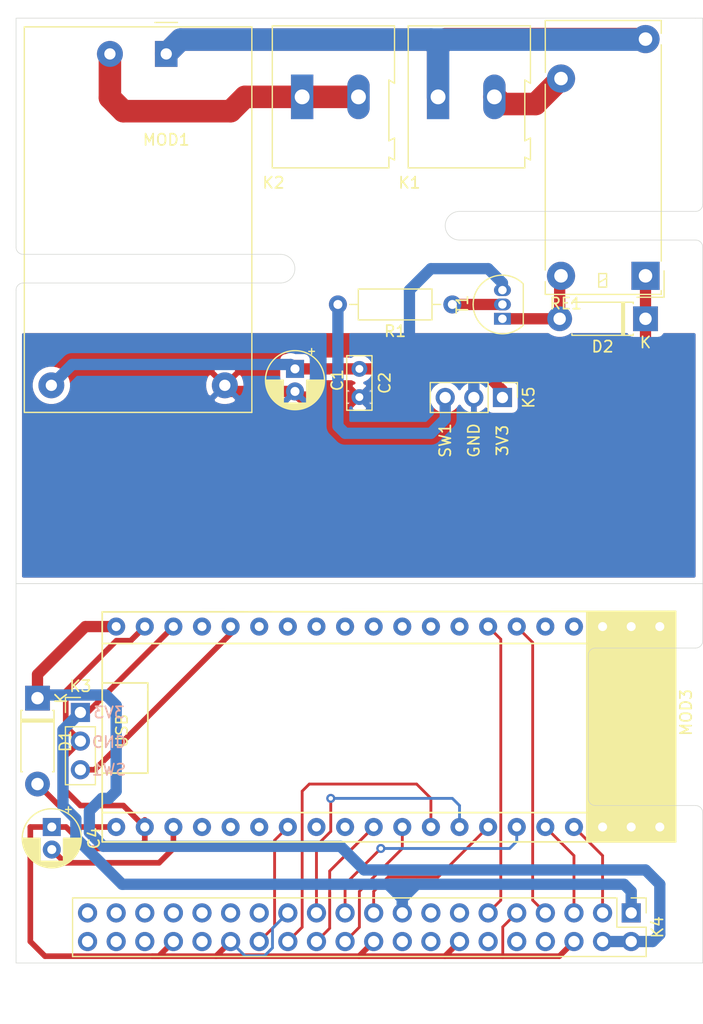
<source format=kicad_pcb>
(kicad_pcb (version 20171130) (host pcbnew 5.1.9-73d0e3b20d~88~ubuntu20.04.1)

  (general
    (thickness 1.6)
    (drawings 37)
    (tracks 192)
    (zones 0)
    (modules 15)
    (nets 66)
  )

  (page A4)
  (layers
    (0 F.Cu signal)
    (31 B.Cu signal)
    (32 B.Adhes user)
    (33 F.Adhes user)
    (34 B.Paste user)
    (35 F.Paste user)
    (36 B.SilkS user)
    (37 F.SilkS user)
    (38 B.Mask user)
    (39 F.Mask user)
    (40 Dwgs.User user)
    (41 Cmts.User user)
    (42 Eco1.User user)
    (43 Eco2.User user)
    (44 Edge.Cuts user)
    (45 Margin user)
    (46 B.CrtYd user)
    (47 F.CrtYd user)
    (48 B.Fab user)
    (49 F.Fab user)
  )

  (setup
    (last_trace_width 0.25)
    (user_trace_width 0.25)
    (user_trace_width 0.5)
    (user_trace_width 1)
    (user_trace_width 1.5)
    (user_trace_width 2)
    (trace_clearance 0.2)
    (zone_clearance 0.508)
    (zone_45_only no)
    (trace_min 0.2)
    (via_size 0.8)
    (via_drill 0.4)
    (via_min_size 0.4)
    (via_min_drill 0.3)
    (uvia_size 0.3)
    (uvia_drill 0.1)
    (uvias_allowed no)
    (uvia_min_size 0.2)
    (uvia_min_drill 0.1)
    (edge_width 0.05)
    (segment_width 0.2)
    (pcb_text_width 0.3)
    (pcb_text_size 1.5 1.5)
    (mod_edge_width 0.12)
    (mod_text_size 1 1)
    (mod_text_width 0.15)
    (pad_size 1.7 1.7)
    (pad_drill 1)
    (pad_to_mask_clearance 0)
    (aux_axis_origin 0 0)
    (visible_elements FFFFFF7F)
    (pcbplotparams
      (layerselection 0x010fc_ffffffff)
      (usegerberextensions false)
      (usegerberattributes true)
      (usegerberadvancedattributes true)
      (creategerberjobfile true)
      (excludeedgelayer true)
      (linewidth 0.100000)
      (plotframeref false)
      (viasonmask false)
      (mode 1)
      (useauxorigin false)
      (hpglpennumber 1)
      (hpglpenspeed 20)
      (hpglpendiameter 15.000000)
      (psnegative false)
      (psa4output false)
      (plotreference true)
      (plotvalue true)
      (plotinvisibletext false)
      (padsonsilk false)
      (subtractmaskfromsilk false)
      (outputformat 1)
      (mirror false)
      (drillshape 0)
      (scaleselection 1)
      (outputdirectory "GerberFiles/"))
  )

  (net 0 "")
  (net 1 GND)
  (net 2 +3V3)
  (net 3 RST)
  (net 4 "Net-(D1-Pad2)")
  (net 5 "Net-(K1-Pad1)")
  (net 6 "Net-(K2-Pad1)")
  (net 7 "Net-(K4-Pad40)")
  (net 8 "Net-(K4-Pad39)")
  (net 9 "Net-(K4-Pad38)")
  (net 10 "Net-(K4-Pad37)")
  (net 11 "Net-(K4-Pad36)")
  (net 12 "Net-(K4-Pad35)")
  (net 13 "Net-(K4-Pad33)")
  (net 14 "Net-(K4-Pad32)")
  (net 15 "Net-(K4-Pad31)")
  (net 16 "Net-(K4-Pad29)")
  (net 17 T_CS)
  (net 18 "Net-(K4-Pad27)")
  (net 19 CS)
  (net 20 "Net-(K4-Pad23)")
  (net 21 DC)
  (net 22 "Net-(K4-Pad21)")
  (net 23 "Net-(K4-Pad19)")
  (net 24 "Net-(K4-Pad18)")
  (net 25 "Net-(K4-Pad16)")
  (net 26 "Net-(K4-Pad15)")
  (net 27 "Net-(K4-Pad13)")
  (net 28 "Net-(K4-Pad12)")
  (net 29 "Net-(K4-Pad10)")
  (net 30 "Net-(K4-Pad8)")
  (net 31 "Net-(K4-Pad5)")
  (net 32 5V)
  (net 33 "Net-(K4-Pad3)")
  (net 34 "Net-(MOD3-Pad40)")
  (net 35 "Net-(MOD3-Pad39)")
  (net 36 "Net-(MOD3-Pad38)")
  (net 37 "Net-(MOD3-Pad17)")
  (net 38 "Net-(MOD3-Pad15)")
  (net 39 "Net-(MOD3-Pad10)")
  (net 40 "Net-(MOD3-Pad29)")
  (net 41 "Net-(MOD3-Pad9)")
  (net 42 "Net-(MOD3-Pad28)")
  (net 43 "Net-(MOD3-Pad8)")
  (net 44 "Net-(MOD3-Pad26)")
  (net 45 "Net-(MOD3-Pad25)")
  (net 46 "Net-(MOD3-Pad5)")
  (net 47 "Net-(MOD3-Pad24)")
  (net 48 "Net-(MOD3-Pad4)")
  (net 49 "Net-(MOD3-Pad3)")
  (net 50 "Net-(MOD3-Pad2)")
  (net 51 "Net-(MOD3-Pad1)")
  (net 52 "Net-(K1-Pad2)")
  (net 53 "Net-(D2-Pad2)")
  (net 54 "Net-(MOD3-Pad14)")
  (net 55 "Net-(MOD3-Pad13)")
  (net 56 "Net-(MOD3-Pad12)")
  (net 57 "Net-(MOD3-Pad11)")
  (net 58 "Net-(R1-Pad1)")
  (net 59 "Net-(C1-Pad1)")
  (net 60 "Net-(C4-Pad2)")
  (net 61 MGC_RST)
  (net 62 INT)
  (net 63 GND1)
  (net 64 "Net-(K5-Pad3)")
  (net 65 "Net-(K3-Pad3)")

  (net_class Default "This is the default net class."
    (clearance 0.2)
    (trace_width 0.25)
    (via_dia 0.8)
    (via_drill 0.4)
    (uvia_dia 0.3)
    (uvia_drill 0.1)
    (add_net +3V3)
    (add_net 5V)
    (add_net CS)
    (add_net DC)
    (add_net GND)
    (add_net GND1)
    (add_net INT)
    (add_net MGC_RST)
    (add_net "Net-(C1-Pad1)")
    (add_net "Net-(C4-Pad2)")
    (add_net "Net-(D1-Pad2)")
    (add_net "Net-(D2-Pad2)")
    (add_net "Net-(K1-Pad1)")
    (add_net "Net-(K1-Pad2)")
    (add_net "Net-(K2-Pad1)")
    (add_net "Net-(K3-Pad3)")
    (add_net "Net-(K4-Pad10)")
    (add_net "Net-(K4-Pad12)")
    (add_net "Net-(K4-Pad13)")
    (add_net "Net-(K4-Pad15)")
    (add_net "Net-(K4-Pad16)")
    (add_net "Net-(K4-Pad18)")
    (add_net "Net-(K4-Pad19)")
    (add_net "Net-(K4-Pad21)")
    (add_net "Net-(K4-Pad23)")
    (add_net "Net-(K4-Pad27)")
    (add_net "Net-(K4-Pad29)")
    (add_net "Net-(K4-Pad3)")
    (add_net "Net-(K4-Pad31)")
    (add_net "Net-(K4-Pad32)")
    (add_net "Net-(K4-Pad33)")
    (add_net "Net-(K4-Pad35)")
    (add_net "Net-(K4-Pad36)")
    (add_net "Net-(K4-Pad37)")
    (add_net "Net-(K4-Pad38)")
    (add_net "Net-(K4-Pad39)")
    (add_net "Net-(K4-Pad40)")
    (add_net "Net-(K4-Pad5)")
    (add_net "Net-(K4-Pad8)")
    (add_net "Net-(K5-Pad3)")
    (add_net "Net-(MOD3-Pad1)")
    (add_net "Net-(MOD3-Pad10)")
    (add_net "Net-(MOD3-Pad11)")
    (add_net "Net-(MOD3-Pad12)")
    (add_net "Net-(MOD3-Pad13)")
    (add_net "Net-(MOD3-Pad14)")
    (add_net "Net-(MOD3-Pad15)")
    (add_net "Net-(MOD3-Pad17)")
    (add_net "Net-(MOD3-Pad2)")
    (add_net "Net-(MOD3-Pad24)")
    (add_net "Net-(MOD3-Pad25)")
    (add_net "Net-(MOD3-Pad26)")
    (add_net "Net-(MOD3-Pad28)")
    (add_net "Net-(MOD3-Pad29)")
    (add_net "Net-(MOD3-Pad3)")
    (add_net "Net-(MOD3-Pad38)")
    (add_net "Net-(MOD3-Pad39)")
    (add_net "Net-(MOD3-Pad4)")
    (add_net "Net-(MOD3-Pad40)")
    (add_net "Net-(MOD3-Pad5)")
    (add_net "Net-(MOD3-Pad8)")
    (add_net "Net-(MOD3-Pad9)")
    (add_net "Net-(R1-Pad1)")
    (add_net RST)
    (add_net T_CS)
  )

  (module Connector_PinHeader_2.54mm:PinHeader_1x03_P2.54mm_Vertical (layer F.Cu) (tedit 59FED5CC) (tstamp 605B5B55)
    (at 153.035 136.525)
    (descr "Through hole straight pin header, 1x03, 2.54mm pitch, single row")
    (tags "Through hole pin header THT 1x03 2.54mm single row")
    (path /6076A8B9)
    (fp_text reference K3 (at 0 -2.33) (layer F.SilkS)
      (effects (font (size 1 1) (thickness 0.15)))
    )
    (fp_text value Conn_01x03 (at 0 7.41) (layer F.Fab)
      (effects (font (size 1 1) (thickness 0.15)))
    )
    (fp_line (start -0.635 -1.27) (end 1.27 -1.27) (layer F.Fab) (width 0.1))
    (fp_line (start 1.27 -1.27) (end 1.27 6.35) (layer F.Fab) (width 0.1))
    (fp_line (start 1.27 6.35) (end -1.27 6.35) (layer F.Fab) (width 0.1))
    (fp_line (start -1.27 6.35) (end -1.27 -0.635) (layer F.Fab) (width 0.1))
    (fp_line (start -1.27 -0.635) (end -0.635 -1.27) (layer F.Fab) (width 0.1))
    (fp_line (start -1.33 6.41) (end 1.33 6.41) (layer F.SilkS) (width 0.12))
    (fp_line (start -1.33 1.27) (end -1.33 6.41) (layer F.SilkS) (width 0.12))
    (fp_line (start 1.33 1.27) (end 1.33 6.41) (layer F.SilkS) (width 0.12))
    (fp_line (start -1.33 1.27) (end 1.33 1.27) (layer F.SilkS) (width 0.12))
    (fp_line (start -1.33 0) (end -1.33 -1.33) (layer F.SilkS) (width 0.12))
    (fp_line (start -1.33 -1.33) (end 0 -1.33) (layer F.SilkS) (width 0.12))
    (fp_line (start -1.8 -1.8) (end -1.8 6.85) (layer F.CrtYd) (width 0.05))
    (fp_line (start -1.8 6.85) (end 1.8 6.85) (layer F.CrtYd) (width 0.05))
    (fp_line (start 1.8 6.85) (end 1.8 -1.8) (layer F.CrtYd) (width 0.05))
    (fp_line (start 1.8 -1.8) (end -1.8 -1.8) (layer F.CrtYd) (width 0.05))
    (fp_text user %R (at 0 2.54 90) (layer F.Fab)
      (effects (font (size 1 1) (thickness 0.15)))
    )
    (pad 3 thru_hole oval (at 0 5.08) (size 1.7 1.7) (drill 1) (layers *.Cu *.Mask)
      (net 65 "Net-(K3-Pad3)"))
    (pad 2 thru_hole oval (at 0 2.54) (size 1.7 1.7) (drill 1) (layers *.Cu *.Mask)
      (net 63 GND1))
    (pad 1 thru_hole rect (at 0 0) (size 1.7 1.7) (drill 1) (layers *.Cu *.Mask)
      (net 2 +3V3))
    (model ${KISYS3DMOD}/Connector_PinHeader_2.54mm.3dshapes/PinHeader_1x03_P2.54mm_Vertical.wrl
      (at (xyz 0 0 0))
      (scale (xyz 1 1 1))
      (rotate (xyz 0 0 0))
    )
  )

  (module Connector_PinHeader_2.54mm:PinHeader_1x03_P2.54mm_Vertical (layer F.Cu) (tedit 59FED5CC) (tstamp 605B597D)
    (at 190.5 108.585 270)
    (descr "Through hole straight pin header, 1x03, 2.54mm pitch, single row")
    (tags "Through hole pin header THT 1x03 2.54mm single row")
    (path /606C5624)
    (fp_text reference K5 (at 0 -2.33 90) (layer F.SilkS)
      (effects (font (size 1 1) (thickness 0.15)))
    )
    (fp_text value Conn_01x03 (at 0 7.41 90) (layer F.Fab)
      (effects (font (size 1 1) (thickness 0.15)))
    )
    (fp_line (start -0.635 -1.27) (end 1.27 -1.27) (layer F.Fab) (width 0.1))
    (fp_line (start 1.27 -1.27) (end 1.27 6.35) (layer F.Fab) (width 0.1))
    (fp_line (start 1.27 6.35) (end -1.27 6.35) (layer F.Fab) (width 0.1))
    (fp_line (start -1.27 6.35) (end -1.27 -0.635) (layer F.Fab) (width 0.1))
    (fp_line (start -1.27 -0.635) (end -0.635 -1.27) (layer F.Fab) (width 0.1))
    (fp_line (start -1.33 6.41) (end 1.33 6.41) (layer F.SilkS) (width 0.12))
    (fp_line (start -1.33 1.27) (end -1.33 6.41) (layer F.SilkS) (width 0.12))
    (fp_line (start 1.33 1.27) (end 1.33 6.41) (layer F.SilkS) (width 0.12))
    (fp_line (start -1.33 1.27) (end 1.33 1.27) (layer F.SilkS) (width 0.12))
    (fp_line (start -1.33 0) (end -1.33 -1.33) (layer F.SilkS) (width 0.12))
    (fp_line (start -1.33 -1.33) (end 0 -1.33) (layer F.SilkS) (width 0.12))
    (fp_line (start -1.8 -1.8) (end -1.8 6.85) (layer F.CrtYd) (width 0.05))
    (fp_line (start -1.8 6.85) (end 1.8 6.85) (layer F.CrtYd) (width 0.05))
    (fp_line (start 1.8 6.85) (end 1.8 -1.8) (layer F.CrtYd) (width 0.05))
    (fp_line (start 1.8 -1.8) (end -1.8 -1.8) (layer F.CrtYd) (width 0.05))
    (fp_text user %R (at 0 2.54) (layer F.Fab)
      (effects (font (size 1 1) (thickness 0.15)))
    )
    (pad 3 thru_hole oval (at 0 5.08 270) (size 1.7 1.7) (drill 1) (layers *.Cu *.Mask)
      (net 64 "Net-(K5-Pad3)"))
    (pad 2 thru_hole oval (at 0 2.54 270) (size 1.7 1.7) (drill 1) (layers *.Cu *.Mask)
      (net 1 GND))
    (pad 1 thru_hole rect (at 0 0 270) (size 1.7 1.7) (drill 1) (layers *.Cu *.Mask)
      (net 59 "Net-(C1-Pad1)"))
    (model ${KISYS3DMOD}/Connector_PinHeader_2.54mm.3dshapes/PinHeader_1x03_P2.54mm_Vertical.wrl
      (at (xyz 0 0 0))
      (scale (xyz 1 1 1))
      (rotate (xyz 0 0 0))
    )
  )

  (module Package_TO_SOT_THT:TO-92_Inline (layer F.Cu) (tedit 5A1DD157) (tstamp 605B3EEA)
    (at 190.5 101.6 90)
    (descr "TO-92 leads in-line, narrow, oval pads, drill 0.75mm (see NXP sot054_po.pdf)")
    (tags "to-92 sc-43 sc-43a sot54 PA33 transistor")
    (path /606986AF)
    (fp_text reference T1 (at 1.27 -3.56 90) (layer F.SilkS)
      (effects (font (size 1 1) (thickness 0.15)))
    )
    (fp_text value BC337 (at 1.27 2.79 90) (layer F.Fab)
      (effects (font (size 1 1) (thickness 0.15)))
    )
    (fp_line (start -0.53 1.85) (end 3.07 1.85) (layer F.SilkS) (width 0.12))
    (fp_line (start -0.5 1.75) (end 3 1.75) (layer F.Fab) (width 0.1))
    (fp_line (start -1.46 -2.73) (end 4 -2.73) (layer F.CrtYd) (width 0.05))
    (fp_line (start -1.46 -2.73) (end -1.46 2.01) (layer F.CrtYd) (width 0.05))
    (fp_line (start 4 2.01) (end 4 -2.73) (layer F.CrtYd) (width 0.05))
    (fp_line (start 4 2.01) (end -1.46 2.01) (layer F.CrtYd) (width 0.05))
    (fp_arc (start 1.27 0) (end 1.27 -2.6) (angle 135) (layer F.SilkS) (width 0.12))
    (fp_arc (start 1.27 0) (end 1.27 -2.48) (angle -135) (layer F.Fab) (width 0.1))
    (fp_arc (start 1.27 0) (end 1.27 -2.6) (angle -135) (layer F.SilkS) (width 0.12))
    (fp_arc (start 1.27 0) (end 1.27 -2.48) (angle 135) (layer F.Fab) (width 0.1))
    (fp_text user %R (at 1.27 0 90) (layer F.Fab)
      (effects (font (size 1 1) (thickness 0.15)))
    )
    (pad 1 thru_hole rect (at 0 0 90) (size 1.05 1.5) (drill 0.75) (layers *.Cu *.Mask)
      (net 53 "Net-(D2-Pad2)"))
    (pad 3 thru_hole oval (at 2.54 0 90) (size 1.05 1.5) (drill 0.75) (layers *.Cu *.Mask)
      (net 1 GND))
    (pad 2 thru_hole oval (at 1.27 0 90) (size 1.05 1.5) (drill 0.75) (layers *.Cu *.Mask)
      (net 58 "Net-(R1-Pad1)"))
    (model ${KISYS3DMOD}/Package_TO_SOT_THT.3dshapes/TO-92_Inline.wrl
      (at (xyz 0 0 0))
      (scale (xyz 1 1 1))
      (rotate (xyz 0 0 0))
    )
  )

  (module Resistor_THT:R_Axial_DIN0207_L6.3mm_D2.5mm_P10.16mm_Horizontal (layer F.Cu) (tedit 5AE5139B) (tstamp 605B3E96)
    (at 186.055 100.33 180)
    (descr "Resistor, Axial_DIN0207 series, Axial, Horizontal, pin pitch=10.16mm, 0.25W = 1/4W, length*diameter=6.3*2.5mm^2, http://cdn-reichelt.de/documents/datenblatt/B400/1_4W%23YAG.pdf")
    (tags "Resistor Axial_DIN0207 series Axial Horizontal pin pitch 10.16mm 0.25W = 1/4W length 6.3mm diameter 2.5mm")
    (path /606A6FD4)
    (fp_text reference R1 (at 5.08 -2.37) (layer F.SilkS)
      (effects (font (size 1 1) (thickness 0.15)))
    )
    (fp_text value 1kR (at 5.08 2.37) (layer F.Fab)
      (effects (font (size 1 1) (thickness 0.15)))
    )
    (fp_line (start 1.93 -1.25) (end 1.93 1.25) (layer F.Fab) (width 0.1))
    (fp_line (start 1.93 1.25) (end 8.23 1.25) (layer F.Fab) (width 0.1))
    (fp_line (start 8.23 1.25) (end 8.23 -1.25) (layer F.Fab) (width 0.1))
    (fp_line (start 8.23 -1.25) (end 1.93 -1.25) (layer F.Fab) (width 0.1))
    (fp_line (start 0 0) (end 1.93 0) (layer F.Fab) (width 0.1))
    (fp_line (start 10.16 0) (end 8.23 0) (layer F.Fab) (width 0.1))
    (fp_line (start 1.81 -1.37) (end 1.81 1.37) (layer F.SilkS) (width 0.12))
    (fp_line (start 1.81 1.37) (end 8.35 1.37) (layer F.SilkS) (width 0.12))
    (fp_line (start 8.35 1.37) (end 8.35 -1.37) (layer F.SilkS) (width 0.12))
    (fp_line (start 8.35 -1.37) (end 1.81 -1.37) (layer F.SilkS) (width 0.12))
    (fp_line (start 1.04 0) (end 1.81 0) (layer F.SilkS) (width 0.12))
    (fp_line (start 9.12 0) (end 8.35 0) (layer F.SilkS) (width 0.12))
    (fp_line (start -1.05 -1.5) (end -1.05 1.5) (layer F.CrtYd) (width 0.05))
    (fp_line (start -1.05 1.5) (end 11.21 1.5) (layer F.CrtYd) (width 0.05))
    (fp_line (start 11.21 1.5) (end 11.21 -1.5) (layer F.CrtYd) (width 0.05))
    (fp_line (start 11.21 -1.5) (end -1.05 -1.5) (layer F.CrtYd) (width 0.05))
    (fp_text user %R (at 0 0) (layer F.Fab)
      (effects (font (size 1 1) (thickness 0.15)))
    )
    (pad 2 thru_hole oval (at 10.16 0 180) (size 1.6 1.6) (drill 0.8) (layers *.Cu *.Mask)
      (net 64 "Net-(K5-Pad3)"))
    (pad 1 thru_hole circle (at 0 0 180) (size 1.6 1.6) (drill 0.8) (layers *.Cu *.Mask)
      (net 58 "Net-(R1-Pad1)"))
    (model ${KISYS3DMOD}/Resistor_THT.3dshapes/R_Axial_DIN0207_L6.3mm_D2.5mm_P10.16mm_Horizontal.wrl
      (at (xyz 0 0 0))
      (scale (xyz 1 1 1))
      (rotate (xyz 0 0 0))
    )
  )

  (module Diode_THT:D_DO-41_SOD81_P7.62mm_Horizontal (layer F.Cu) (tedit 5AE50CD5) (tstamp 605B218E)
    (at 203.2 101.6 180)
    (descr "Diode, DO-41_SOD81 series, Axial, Horizontal, pin pitch=7.62mm, , length*diameter=5.2*2.7mm^2, , http://www.diodes.com/_files/packages/DO-41%20(Plastic).pdf")
    (tags "Diode DO-41_SOD81 series Axial Horizontal pin pitch 7.62mm  length 5.2mm diameter 2.7mm")
    (path /606140AD)
    (fp_text reference D2 (at 3.81 -2.47) (layer F.SilkS)
      (effects (font (size 1 1) (thickness 0.15)))
    )
    (fp_text value D (at 3.81 2.47) (layer F.Fab)
      (effects (font (size 1 1) (thickness 0.15)))
    )
    (fp_line (start 1.21 -1.35) (end 1.21 1.35) (layer F.Fab) (width 0.1))
    (fp_line (start 1.21 1.35) (end 6.41 1.35) (layer F.Fab) (width 0.1))
    (fp_line (start 6.41 1.35) (end 6.41 -1.35) (layer F.Fab) (width 0.1))
    (fp_line (start 6.41 -1.35) (end 1.21 -1.35) (layer F.Fab) (width 0.1))
    (fp_line (start 0 0) (end 1.21 0) (layer F.Fab) (width 0.1))
    (fp_line (start 7.62 0) (end 6.41 0) (layer F.Fab) (width 0.1))
    (fp_line (start 1.99 -1.35) (end 1.99 1.35) (layer F.Fab) (width 0.1))
    (fp_line (start 2.09 -1.35) (end 2.09 1.35) (layer F.Fab) (width 0.1))
    (fp_line (start 1.89 -1.35) (end 1.89 1.35) (layer F.Fab) (width 0.1))
    (fp_line (start 1.09 -1.34) (end 1.09 -1.47) (layer F.SilkS) (width 0.12))
    (fp_line (start 1.09 -1.47) (end 6.53 -1.47) (layer F.SilkS) (width 0.12))
    (fp_line (start 6.53 -1.47) (end 6.53 -1.34) (layer F.SilkS) (width 0.12))
    (fp_line (start 1.09 1.34) (end 1.09 1.47) (layer F.SilkS) (width 0.12))
    (fp_line (start 1.09 1.47) (end 6.53 1.47) (layer F.SilkS) (width 0.12))
    (fp_line (start 6.53 1.47) (end 6.53 1.34) (layer F.SilkS) (width 0.12))
    (fp_line (start 1.99 -1.47) (end 1.99 1.47) (layer F.SilkS) (width 0.12))
    (fp_line (start 2.11 -1.47) (end 2.11 1.47) (layer F.SilkS) (width 0.12))
    (fp_line (start 1.87 -1.47) (end 1.87 1.47) (layer F.SilkS) (width 0.12))
    (fp_line (start -1.35 -1.6) (end -1.35 1.6) (layer F.CrtYd) (width 0.05))
    (fp_line (start -1.35 1.6) (end 8.97 1.6) (layer F.CrtYd) (width 0.05))
    (fp_line (start 8.97 1.6) (end 8.97 -1.6) (layer F.CrtYd) (width 0.05))
    (fp_line (start 8.97 -1.6) (end -1.35 -1.6) (layer F.CrtYd) (width 0.05))
    (fp_text user K (at 0 -2.1) (layer F.SilkS)
      (effects (font (size 1 1) (thickness 0.15)))
    )
    (fp_text user K (at 0 -2.1) (layer F.Fab)
      (effects (font (size 1 1) (thickness 0.15)))
    )
    (fp_text user %R (at 4.2 0) (layer F.Fab)
      (effects (font (size 1 1) (thickness 0.15)))
    )
    (pad 2 thru_hole oval (at 7.62 0 180) (size 2.2 2.2) (drill 1.1) (layers *.Cu *.Mask)
      (net 53 "Net-(D2-Pad2)"))
    (pad 1 thru_hole rect (at 0 0 180) (size 2.2 2.2) (drill 1.1) (layers *.Cu *.Mask)
      (net 59 "Net-(C1-Pad1)"))
    (model ${KISYS3DMOD}/Diode_THT.3dshapes/D_DO-41_SOD81_P7.62mm_Horizontal.wrl
      (at (xyz 0 0 0))
      (scale (xyz 1 1 1))
      (rotate (xyz 0 0 0))
    )
  )

  (module TerminalBlock:TerminalBlock_Altech_AK300-2_P5.00mm (layer F.Cu) (tedit 59FF0306) (tstamp 605A5FE3)
    (at 172.72 81.915)
    (descr "Altech AK300 terminal block, pitch 5.0mm, 45 degree angled, see http://www.mouser.com/ds/2/16/PCBMETRC-24178.pdf")
    (tags "Altech AK300 terminal block pitch 5.0mm")
    (path /60618DA7)
    (fp_text reference K2 (at -2.54 7.62) (layer F.SilkS)
      (effects (font (size 1 1) (thickness 0.15)))
    )
    (fp_text value Screw_Terminal_01x02 (at 2.78 7.75) (layer F.Fab)
      (effects (font (size 1 1) (thickness 0.15)))
    )
    (fp_line (start 8.36 6.47) (end -2.83 6.47) (layer F.CrtYd) (width 0.05))
    (fp_line (start 8.36 6.47) (end 8.36 -6.47) (layer F.CrtYd) (width 0.05))
    (fp_line (start -2.83 -6.47) (end -2.83 6.47) (layer F.CrtYd) (width 0.05))
    (fp_line (start -2.83 -6.47) (end 8.36 -6.47) (layer F.CrtYd) (width 0.05))
    (fp_line (start 3.36 -0.25) (end 6.67 -0.25) (layer F.Fab) (width 0.1))
    (fp_line (start 2.98 -0.25) (end 3.36 -0.25) (layer F.Fab) (width 0.1))
    (fp_line (start 7.05 -0.25) (end 6.67 -0.25) (layer F.Fab) (width 0.1))
    (fp_line (start 6.67 -0.64) (end 3.36 -0.64) (layer F.Fab) (width 0.1))
    (fp_line (start 7.61 -0.64) (end 6.67 -0.64) (layer F.Fab) (width 0.1))
    (fp_line (start 1.66 -0.64) (end 3.36 -0.64) (layer F.Fab) (width 0.1))
    (fp_line (start -1.64 -0.64) (end 1.66 -0.64) (layer F.Fab) (width 0.1))
    (fp_line (start -2.58 -0.64) (end -1.64 -0.64) (layer F.Fab) (width 0.1))
    (fp_line (start 1.66 -0.25) (end -1.64 -0.25) (layer F.Fab) (width 0.1))
    (fp_line (start 2.04 -0.25) (end 1.66 -0.25) (layer F.Fab) (width 0.1))
    (fp_line (start -2.02 -0.25) (end -1.64 -0.25) (layer F.Fab) (width 0.1))
    (fp_line (start -1.49 -4.32) (end 1.56 -4.95) (layer F.Fab) (width 0.1))
    (fp_line (start -1.62 -4.45) (end 1.44 -5.08) (layer F.Fab) (width 0.1))
    (fp_line (start 3.52 -4.32) (end 6.56 -4.95) (layer F.Fab) (width 0.1))
    (fp_line (start 3.39 -4.45) (end 6.44 -5.08) (layer F.Fab) (width 0.1))
    (fp_line (start 2.04 -5.97) (end -2.02 -5.97) (layer F.Fab) (width 0.1))
    (fp_line (start -2.02 -3.43) (end -2.02 -5.97) (layer F.Fab) (width 0.1))
    (fp_line (start 2.04 -3.43) (end -2.02 -3.43) (layer F.Fab) (width 0.1))
    (fp_line (start 2.04 -3.43) (end 2.04 -5.97) (layer F.Fab) (width 0.1))
    (fp_line (start 7.05 -3.43) (end 2.98 -3.43) (layer F.Fab) (width 0.1))
    (fp_line (start 7.05 -5.97) (end 7.05 -3.43) (layer F.Fab) (width 0.1))
    (fp_line (start 2.98 -5.97) (end 7.05 -5.97) (layer F.Fab) (width 0.1))
    (fp_line (start 2.98 -3.43) (end 2.98 -5.97) (layer F.Fab) (width 0.1))
    (fp_line (start 7.61 -3.17) (end 7.61 -1.65) (layer F.Fab) (width 0.1))
    (fp_line (start -2.58 -3.17) (end -2.58 -6.22) (layer F.Fab) (width 0.1))
    (fp_line (start -2.58 -3.17) (end 7.61 -3.17) (layer F.Fab) (width 0.1))
    (fp_line (start 7.61 -0.64) (end 7.61 4.06) (layer F.Fab) (width 0.1))
    (fp_line (start 7.61 -1.65) (end 7.61 -0.64) (layer F.Fab) (width 0.1))
    (fp_line (start -2.58 -0.64) (end -2.58 -3.17) (layer F.Fab) (width 0.1))
    (fp_line (start -2.58 6.22) (end -2.58 -0.64) (layer F.Fab) (width 0.1))
    (fp_line (start 6.67 0.51) (end 6.28 0.51) (layer F.Fab) (width 0.1))
    (fp_line (start 3.36 0.51) (end 3.74 0.51) (layer F.Fab) (width 0.1))
    (fp_line (start 1.66 0.51) (end 1.28 0.51) (layer F.Fab) (width 0.1))
    (fp_line (start -1.64 0.51) (end -1.26 0.51) (layer F.Fab) (width 0.1))
    (fp_line (start -1.64 3.68) (end -1.64 0.51) (layer F.Fab) (width 0.1))
    (fp_line (start 1.66 3.68) (end -1.64 3.68) (layer F.Fab) (width 0.1))
    (fp_line (start 1.66 3.68) (end 1.66 0.51) (layer F.Fab) (width 0.1))
    (fp_line (start 3.36 3.68) (end 3.36 0.51) (layer F.Fab) (width 0.1))
    (fp_line (start 6.67 3.68) (end 3.36 3.68) (layer F.Fab) (width 0.1))
    (fp_line (start 6.67 3.68) (end 6.67 0.51) (layer F.Fab) (width 0.1))
    (fp_line (start -2.02 4.32) (end -2.02 6.22) (layer F.Fab) (width 0.1))
    (fp_line (start 2.04 4.32) (end 2.04 -0.25) (layer F.Fab) (width 0.1))
    (fp_line (start 2.04 4.32) (end -2.02 4.32) (layer F.Fab) (width 0.1))
    (fp_line (start 7.05 4.32) (end 7.05 6.22) (layer F.Fab) (width 0.1))
    (fp_line (start 2.98 4.32) (end 2.98 -0.25) (layer F.Fab) (width 0.1))
    (fp_line (start 2.98 4.32) (end 7.05 4.32) (layer F.Fab) (width 0.1))
    (fp_line (start -2.02 6.22) (end 2.04 6.22) (layer F.Fab) (width 0.1))
    (fp_line (start -2.58 6.22) (end -2.02 6.22) (layer F.Fab) (width 0.1))
    (fp_line (start -2.02 -0.25) (end -2.02 4.32) (layer F.Fab) (width 0.1))
    (fp_line (start 2.04 6.22) (end 2.98 6.22) (layer F.Fab) (width 0.1))
    (fp_line (start 2.04 6.22) (end 2.04 4.32) (layer F.Fab) (width 0.1))
    (fp_line (start 7.05 6.22) (end 7.61 6.22) (layer F.Fab) (width 0.1))
    (fp_line (start 2.98 6.22) (end 7.05 6.22) (layer F.Fab) (width 0.1))
    (fp_line (start 7.05 -0.25) (end 7.05 4.32) (layer F.Fab) (width 0.1))
    (fp_line (start 2.98 6.22) (end 2.98 4.32) (layer F.Fab) (width 0.1))
    (fp_line (start 8.11 3.81) (end 8.11 5.46) (layer F.Fab) (width 0.1))
    (fp_line (start 7.61 4.06) (end 7.61 5.21) (layer F.Fab) (width 0.1))
    (fp_line (start 8.11 3.81) (end 7.61 4.06) (layer F.Fab) (width 0.1))
    (fp_line (start 7.61 5.21) (end 7.61 6.22) (layer F.Fab) (width 0.1))
    (fp_line (start 8.11 5.46) (end 7.61 5.21) (layer F.Fab) (width 0.1))
    (fp_line (start 8.11 -1.4) (end 7.61 -1.65) (layer F.Fab) (width 0.1))
    (fp_line (start 8.11 -6.22) (end 8.11 -1.4) (layer F.Fab) (width 0.1))
    (fp_line (start 7.61 -6.22) (end 8.11 -6.22) (layer F.Fab) (width 0.1))
    (fp_line (start 7.61 -6.22) (end -2.58 -6.22) (layer F.Fab) (width 0.1))
    (fp_line (start 7.61 -6.22) (end 7.61 -3.17) (layer F.Fab) (width 0.1))
    (fp_line (start 3.74 2.54) (end 3.74 -0.25) (layer F.Fab) (width 0.1))
    (fp_line (start 3.74 -0.25) (end 6.28 -0.25) (layer F.Fab) (width 0.1))
    (fp_line (start 6.28 2.54) (end 6.28 -0.25) (layer F.Fab) (width 0.1))
    (fp_line (start 3.74 2.54) (end 6.28 2.54) (layer F.Fab) (width 0.1))
    (fp_line (start -1.26 2.54) (end -1.26 -0.25) (layer F.Fab) (width 0.1))
    (fp_line (start -1.26 -0.25) (end 1.28 -0.25) (layer F.Fab) (width 0.1))
    (fp_line (start 1.28 2.54) (end 1.28 -0.25) (layer F.Fab) (width 0.1))
    (fp_line (start -1.26 2.54) (end 1.28 2.54) (layer F.Fab) (width 0.1))
    (fp_line (start 8.2 -6.3) (end -2.65 -6.3) (layer F.SilkS) (width 0.12))
    (fp_line (start 8.2 -1.2) (end 8.2 -6.3) (layer F.SilkS) (width 0.12))
    (fp_line (start 7.7 -1.5) (end 8.2 -1.2) (layer F.SilkS) (width 0.12))
    (fp_line (start 7.7 3.9) (end 7.7 -1.5) (layer F.SilkS) (width 0.12))
    (fp_line (start 8.2 3.65) (end 7.7 3.9) (layer F.SilkS) (width 0.12))
    (fp_line (start 8.2 3.7) (end 8.2 3.65) (layer F.SilkS) (width 0.12))
    (fp_line (start 8.2 5.6) (end 8.2 3.7) (layer F.SilkS) (width 0.12))
    (fp_line (start 7.7 5.35) (end 8.2 5.6) (layer F.SilkS) (width 0.12))
    (fp_line (start 7.7 6.3) (end 7.7 5.35) (layer F.SilkS) (width 0.12))
    (fp_line (start -2.65 6.3) (end 7.7 6.3) (layer F.SilkS) (width 0.12))
    (fp_line (start -2.65 -6.3) (end -2.65 6.3) (layer F.SilkS) (width 0.12))
    (fp_arc (start -1.13 -4.65) (end -1.42 -4.13) (angle 104.2) (layer F.Fab) (width 0.1))
    (fp_arc (start -0.01 -3.71) (end -1.62 -5) (angle 100) (layer F.Fab) (width 0.1))
    (fp_arc (start 0.06 -6.07) (end 1.53 -4.12) (angle 75.5) (layer F.Fab) (width 0.1))
    (fp_arc (start 1.03 -4.59) (end 1.53 -5.05) (angle 90.5) (layer F.Fab) (width 0.1))
    (fp_arc (start 3.87 -4.65) (end 3.58 -4.13) (angle 104.2) (layer F.Fab) (width 0.1))
    (fp_arc (start 4.99 -3.71) (end 3.39 -5) (angle 100) (layer F.Fab) (width 0.1))
    (fp_arc (start 5.07 -6.07) (end 6.53 -4.12) (angle 75.5) (layer F.Fab) (width 0.1))
    (fp_arc (start 6.03 -4.59) (end 6.54 -5.05) (angle 90.5) (layer F.Fab) (width 0.1))
    (fp_text user %R (at 2.5 -2) (layer F.Fab)
      (effects (font (size 1 1) (thickness 0.15)))
    )
    (pad 2 thru_hole oval (at 5 0) (size 1.98 3.96) (drill 1.32) (layers *.Cu *.Mask)
      (net 6 "Net-(K2-Pad1)"))
    (pad 1 thru_hole rect (at 0 0) (size 1.98 3.96) (drill 1.32) (layers *.Cu *.Mask)
      (net 6 "Net-(K2-Pad1)"))
    (model ${KISYS3DMOD}/TerminalBlock.3dshapes/TerminalBlock_Altech_AK300-2_P5.00mm.wrl
      (at (xyz 0 0 0))
      (scale (xyz 1 1 1))
      (rotate (xyz 0 0 0))
    )
  )

  (module TerminalBlock:TerminalBlock_Altech_AK300-2_P5.00mm (layer F.Cu) (tedit 59FF0306) (tstamp 605A5F60)
    (at 184.785 81.915)
    (descr "Altech AK300 terminal block, pitch 5.0mm, 45 degree angled, see http://www.mouser.com/ds/2/16/PCBMETRC-24178.pdf")
    (tags "Altech AK300 terminal block pitch 5.0mm")
    (path /60617522)
    (fp_text reference K1 (at -2.54 7.62) (layer F.SilkS)
      (effects (font (size 1 1) (thickness 0.15)))
    )
    (fp_text value Screw_Terminal_01x02 (at 2.78 7.75) (layer F.Fab)
      (effects (font (size 1 1) (thickness 0.15)))
    )
    (fp_line (start 8.36 6.47) (end -2.83 6.47) (layer F.CrtYd) (width 0.05))
    (fp_line (start 8.36 6.47) (end 8.36 -6.47) (layer F.CrtYd) (width 0.05))
    (fp_line (start -2.83 -6.47) (end -2.83 6.47) (layer F.CrtYd) (width 0.05))
    (fp_line (start -2.83 -6.47) (end 8.36 -6.47) (layer F.CrtYd) (width 0.05))
    (fp_line (start 3.36 -0.25) (end 6.67 -0.25) (layer F.Fab) (width 0.1))
    (fp_line (start 2.98 -0.25) (end 3.36 -0.25) (layer F.Fab) (width 0.1))
    (fp_line (start 7.05 -0.25) (end 6.67 -0.25) (layer F.Fab) (width 0.1))
    (fp_line (start 6.67 -0.64) (end 3.36 -0.64) (layer F.Fab) (width 0.1))
    (fp_line (start 7.61 -0.64) (end 6.67 -0.64) (layer F.Fab) (width 0.1))
    (fp_line (start 1.66 -0.64) (end 3.36 -0.64) (layer F.Fab) (width 0.1))
    (fp_line (start -1.64 -0.64) (end 1.66 -0.64) (layer F.Fab) (width 0.1))
    (fp_line (start -2.58 -0.64) (end -1.64 -0.64) (layer F.Fab) (width 0.1))
    (fp_line (start 1.66 -0.25) (end -1.64 -0.25) (layer F.Fab) (width 0.1))
    (fp_line (start 2.04 -0.25) (end 1.66 -0.25) (layer F.Fab) (width 0.1))
    (fp_line (start -2.02 -0.25) (end -1.64 -0.25) (layer F.Fab) (width 0.1))
    (fp_line (start -1.49 -4.32) (end 1.56 -4.95) (layer F.Fab) (width 0.1))
    (fp_line (start -1.62 -4.45) (end 1.44 -5.08) (layer F.Fab) (width 0.1))
    (fp_line (start 3.52 -4.32) (end 6.56 -4.95) (layer F.Fab) (width 0.1))
    (fp_line (start 3.39 -4.45) (end 6.44 -5.08) (layer F.Fab) (width 0.1))
    (fp_line (start 2.04 -5.97) (end -2.02 -5.97) (layer F.Fab) (width 0.1))
    (fp_line (start -2.02 -3.43) (end -2.02 -5.97) (layer F.Fab) (width 0.1))
    (fp_line (start 2.04 -3.43) (end -2.02 -3.43) (layer F.Fab) (width 0.1))
    (fp_line (start 2.04 -3.43) (end 2.04 -5.97) (layer F.Fab) (width 0.1))
    (fp_line (start 7.05 -3.43) (end 2.98 -3.43) (layer F.Fab) (width 0.1))
    (fp_line (start 7.05 -5.97) (end 7.05 -3.43) (layer F.Fab) (width 0.1))
    (fp_line (start 2.98 -5.97) (end 7.05 -5.97) (layer F.Fab) (width 0.1))
    (fp_line (start 2.98 -3.43) (end 2.98 -5.97) (layer F.Fab) (width 0.1))
    (fp_line (start 7.61 -3.17) (end 7.61 -1.65) (layer F.Fab) (width 0.1))
    (fp_line (start -2.58 -3.17) (end -2.58 -6.22) (layer F.Fab) (width 0.1))
    (fp_line (start -2.58 -3.17) (end 7.61 -3.17) (layer F.Fab) (width 0.1))
    (fp_line (start 7.61 -0.64) (end 7.61 4.06) (layer F.Fab) (width 0.1))
    (fp_line (start 7.61 -1.65) (end 7.61 -0.64) (layer F.Fab) (width 0.1))
    (fp_line (start -2.58 -0.64) (end -2.58 -3.17) (layer F.Fab) (width 0.1))
    (fp_line (start -2.58 6.22) (end -2.58 -0.64) (layer F.Fab) (width 0.1))
    (fp_line (start 6.67 0.51) (end 6.28 0.51) (layer F.Fab) (width 0.1))
    (fp_line (start 3.36 0.51) (end 3.74 0.51) (layer F.Fab) (width 0.1))
    (fp_line (start 1.66 0.51) (end 1.28 0.51) (layer F.Fab) (width 0.1))
    (fp_line (start -1.64 0.51) (end -1.26 0.51) (layer F.Fab) (width 0.1))
    (fp_line (start -1.64 3.68) (end -1.64 0.51) (layer F.Fab) (width 0.1))
    (fp_line (start 1.66 3.68) (end -1.64 3.68) (layer F.Fab) (width 0.1))
    (fp_line (start 1.66 3.68) (end 1.66 0.51) (layer F.Fab) (width 0.1))
    (fp_line (start 3.36 3.68) (end 3.36 0.51) (layer F.Fab) (width 0.1))
    (fp_line (start 6.67 3.68) (end 3.36 3.68) (layer F.Fab) (width 0.1))
    (fp_line (start 6.67 3.68) (end 6.67 0.51) (layer F.Fab) (width 0.1))
    (fp_line (start -2.02 4.32) (end -2.02 6.22) (layer F.Fab) (width 0.1))
    (fp_line (start 2.04 4.32) (end 2.04 -0.25) (layer F.Fab) (width 0.1))
    (fp_line (start 2.04 4.32) (end -2.02 4.32) (layer F.Fab) (width 0.1))
    (fp_line (start 7.05 4.32) (end 7.05 6.22) (layer F.Fab) (width 0.1))
    (fp_line (start 2.98 4.32) (end 2.98 -0.25) (layer F.Fab) (width 0.1))
    (fp_line (start 2.98 4.32) (end 7.05 4.32) (layer F.Fab) (width 0.1))
    (fp_line (start -2.02 6.22) (end 2.04 6.22) (layer F.Fab) (width 0.1))
    (fp_line (start -2.58 6.22) (end -2.02 6.22) (layer F.Fab) (width 0.1))
    (fp_line (start -2.02 -0.25) (end -2.02 4.32) (layer F.Fab) (width 0.1))
    (fp_line (start 2.04 6.22) (end 2.98 6.22) (layer F.Fab) (width 0.1))
    (fp_line (start 2.04 6.22) (end 2.04 4.32) (layer F.Fab) (width 0.1))
    (fp_line (start 7.05 6.22) (end 7.61 6.22) (layer F.Fab) (width 0.1))
    (fp_line (start 2.98 6.22) (end 7.05 6.22) (layer F.Fab) (width 0.1))
    (fp_line (start 7.05 -0.25) (end 7.05 4.32) (layer F.Fab) (width 0.1))
    (fp_line (start 2.98 6.22) (end 2.98 4.32) (layer F.Fab) (width 0.1))
    (fp_line (start 8.11 3.81) (end 8.11 5.46) (layer F.Fab) (width 0.1))
    (fp_line (start 7.61 4.06) (end 7.61 5.21) (layer F.Fab) (width 0.1))
    (fp_line (start 8.11 3.81) (end 7.61 4.06) (layer F.Fab) (width 0.1))
    (fp_line (start 7.61 5.21) (end 7.61 6.22) (layer F.Fab) (width 0.1))
    (fp_line (start 8.11 5.46) (end 7.61 5.21) (layer F.Fab) (width 0.1))
    (fp_line (start 8.11 -1.4) (end 7.61 -1.65) (layer F.Fab) (width 0.1))
    (fp_line (start 8.11 -6.22) (end 8.11 -1.4) (layer F.Fab) (width 0.1))
    (fp_line (start 7.61 -6.22) (end 8.11 -6.22) (layer F.Fab) (width 0.1))
    (fp_line (start 7.61 -6.22) (end -2.58 -6.22) (layer F.Fab) (width 0.1))
    (fp_line (start 7.61 -6.22) (end 7.61 -3.17) (layer F.Fab) (width 0.1))
    (fp_line (start 3.74 2.54) (end 3.74 -0.25) (layer F.Fab) (width 0.1))
    (fp_line (start 3.74 -0.25) (end 6.28 -0.25) (layer F.Fab) (width 0.1))
    (fp_line (start 6.28 2.54) (end 6.28 -0.25) (layer F.Fab) (width 0.1))
    (fp_line (start 3.74 2.54) (end 6.28 2.54) (layer F.Fab) (width 0.1))
    (fp_line (start -1.26 2.54) (end -1.26 -0.25) (layer F.Fab) (width 0.1))
    (fp_line (start -1.26 -0.25) (end 1.28 -0.25) (layer F.Fab) (width 0.1))
    (fp_line (start 1.28 2.54) (end 1.28 -0.25) (layer F.Fab) (width 0.1))
    (fp_line (start -1.26 2.54) (end 1.28 2.54) (layer F.Fab) (width 0.1))
    (fp_line (start 8.2 -6.3) (end -2.65 -6.3) (layer F.SilkS) (width 0.12))
    (fp_line (start 8.2 -1.2) (end 8.2 -6.3) (layer F.SilkS) (width 0.12))
    (fp_line (start 7.7 -1.5) (end 8.2 -1.2) (layer F.SilkS) (width 0.12))
    (fp_line (start 7.7 3.9) (end 7.7 -1.5) (layer F.SilkS) (width 0.12))
    (fp_line (start 8.2 3.65) (end 7.7 3.9) (layer F.SilkS) (width 0.12))
    (fp_line (start 8.2 3.7) (end 8.2 3.65) (layer F.SilkS) (width 0.12))
    (fp_line (start 8.2 5.6) (end 8.2 3.7) (layer F.SilkS) (width 0.12))
    (fp_line (start 7.7 5.35) (end 8.2 5.6) (layer F.SilkS) (width 0.12))
    (fp_line (start 7.7 6.3) (end 7.7 5.35) (layer F.SilkS) (width 0.12))
    (fp_line (start -2.65 6.3) (end 7.7 6.3) (layer F.SilkS) (width 0.12))
    (fp_line (start -2.65 -6.3) (end -2.65 6.3) (layer F.SilkS) (width 0.12))
    (fp_arc (start -1.13 -4.65) (end -1.42 -4.13) (angle 104.2) (layer F.Fab) (width 0.1))
    (fp_arc (start -0.01 -3.71) (end -1.62 -5) (angle 100) (layer F.Fab) (width 0.1))
    (fp_arc (start 0.06 -6.07) (end 1.53 -4.12) (angle 75.5) (layer F.Fab) (width 0.1))
    (fp_arc (start 1.03 -4.59) (end 1.53 -5.05) (angle 90.5) (layer F.Fab) (width 0.1))
    (fp_arc (start 3.87 -4.65) (end 3.58 -4.13) (angle 104.2) (layer F.Fab) (width 0.1))
    (fp_arc (start 4.99 -3.71) (end 3.39 -5) (angle 100) (layer F.Fab) (width 0.1))
    (fp_arc (start 5.07 -6.07) (end 6.53 -4.12) (angle 75.5) (layer F.Fab) (width 0.1))
    (fp_arc (start 6.03 -4.59) (end 6.54 -5.05) (angle 90.5) (layer F.Fab) (width 0.1))
    (fp_text user %R (at 2.5 -2) (layer F.Fab)
      (effects (font (size 1 1) (thickness 0.15)))
    )
    (pad 2 thru_hole oval (at 5 0) (size 1.98 3.96) (drill 1.32) (layers *.Cu *.Mask)
      (net 52 "Net-(K1-Pad2)"))
    (pad 1 thru_hole rect (at 0 0) (size 1.98 3.96) (drill 1.32) (layers *.Cu *.Mask)
      (net 5 "Net-(K1-Pad1)"))
    (model ${KISYS3DMOD}/TerminalBlock.3dshapes/TerminalBlock_Altech_AK300-2_P5.00mm.wrl
      (at (xyz 0 0 0))
      (scale (xyz 1 1 1))
      (rotate (xyz 0 0 0))
    )
  )

  (module Connector_PinHeader_2.54mm:PinHeader_2x20_P2.54mm_Vertical locked (layer F.Cu) (tedit 605AEC47) (tstamp 605A61BF)
    (at 201.93 154.305 270)
    (descr "Through hole straight pin header, 2x20, 2.54mm pitch, double rows")
    (tags "Through hole pin header THT 2x20 2.54mm double row")
    (path /605F20A6)
    (fp_text reference K4 (at 1.27 -2.33 90) (layer F.SilkS)
      (effects (font (size 1 1) (thickness 0.15)))
    )
    (fp_text value Conn_02x20_Odd_Even (at 1.27 50.59 90) (layer F.Fab)
      (effects (font (size 1 1) (thickness 0.15)))
    )
    (fp_line (start 4.35 -1.8) (end -1.8 -1.8) (layer F.CrtYd) (width 0.05))
    (fp_line (start 4.35 50.05) (end 4.35 -1.8) (layer F.CrtYd) (width 0.05))
    (fp_line (start -1.8 50.05) (end 4.35 50.05) (layer F.CrtYd) (width 0.05))
    (fp_line (start -1.8 -1.8) (end -1.8 50.05) (layer F.CrtYd) (width 0.05))
    (fp_line (start -1.33 -1.33) (end 0 -1.33) (layer F.SilkS) (width 0.12))
    (fp_line (start -1.33 0) (end -1.33 -1.33) (layer F.SilkS) (width 0.12))
    (fp_line (start 1.27 -1.33) (end 3.87 -1.33) (layer F.SilkS) (width 0.12))
    (fp_line (start 1.27 1.27) (end 1.27 -1.33) (layer F.SilkS) (width 0.12))
    (fp_line (start -1.33 1.27) (end 1.27 1.27) (layer F.SilkS) (width 0.12))
    (fp_line (start 3.87 -1.33) (end 3.87 49.59) (layer F.SilkS) (width 0.12))
    (fp_line (start -1.33 1.27) (end -1.33 49.59) (layer F.SilkS) (width 0.12))
    (fp_line (start -1.33 49.59) (end 3.87 49.59) (layer F.SilkS) (width 0.12))
    (fp_line (start -1.27 0) (end 0 -1.27) (layer F.Fab) (width 0.1))
    (fp_line (start -1.27 49.53) (end -1.27 0) (layer F.Fab) (width 0.1))
    (fp_line (start 3.81 49.53) (end -1.27 49.53) (layer F.Fab) (width 0.1))
    (fp_line (start 3.81 -1.27) (end 3.81 49.53) (layer F.Fab) (width 0.1))
    (fp_line (start 0 -1.27) (end 3.81 -1.27) (layer F.Fab) (width 0.1))
    (fp_text user %R (at 1.27 24.13) (layer F.Fab)
      (effects (font (size 1 1) (thickness 0.15)))
    )
    (pad 40 thru_hole oval (at 2.54 48.26 270) (size 1.7 1.7) (drill 1) (layers *.Cu *.Mask)
      (net 7 "Net-(K4-Pad40)"))
    (pad 39 thru_hole oval (at 0 48.26 270) (size 1.7 1.7) (drill 1) (layers *.Cu *.Mask)
      (net 8 "Net-(K4-Pad39)"))
    (pad 38 thru_hole oval (at 2.54 45.72 270) (size 1.7 1.7) (drill 1) (layers *.Cu *.Mask)
      (net 9 "Net-(K4-Pad38)"))
    (pad 37 thru_hole oval (at 0 45.72 270) (size 1.7 1.7) (drill 1) (layers *.Cu *.Mask)
      (net 10 "Net-(K4-Pad37)"))
    (pad 36 thru_hole oval (at 2.54 43.18 270) (size 1.7 1.7) (drill 1) (layers *.Cu *.Mask)
      (net 11 "Net-(K4-Pad36)"))
    (pad 35 thru_hole oval (at 0 43.18 270) (size 1.7 1.7) (drill 1) (layers *.Cu *.Mask)
      (net 12 "Net-(K4-Pad35)"))
    (pad 34 thru_hole oval (at 2.54 40.64 270) (size 1.7 1.7) (drill 1) (layers *.Cu *.Mask)
      (net 63 GND1))
    (pad 33 thru_hole oval (at 0 40.64 270) (size 1.7 1.7) (drill 1) (layers *.Cu *.Mask)
      (net 13 "Net-(K4-Pad33)"))
    (pad 32 thru_hole oval (at 2.54 38.1 270) (size 1.7 1.7) (drill 1) (layers *.Cu *.Mask)
      (net 14 "Net-(K4-Pad32)"))
    (pad 31 thru_hole oval (at 0 38.1 270) (size 1.7 1.7) (drill 1) (layers *.Cu *.Mask)
      (net 15 "Net-(K4-Pad31)"))
    (pad 30 thru_hole oval (at 2.54 35.56 270) (size 1.7 1.7) (drill 1) (layers *.Cu *.Mask)
      (net 63 GND1))
    (pad 29 thru_hole oval (at 0 35.56 270) (size 1.7 1.7) (drill 1) (layers *.Cu *.Mask)
      (net 16 "Net-(K4-Pad29)"))
    (pad 28 thru_hole oval (at 2.54 33.02 270) (size 1.7 1.7) (drill 1) (layers *.Cu *.Mask)
      (net 17 T_CS))
    (pad 27 thru_hole oval (at 0 33.02 270) (size 1.7 1.7) (drill 1) (layers *.Cu *.Mask)
      (net 18 "Net-(K4-Pad27)"))
    (pad 26 thru_hole oval (at 2.54 30.48 270) (size 1.7 1.7) (drill 1) (layers *.Cu *.Mask)
      (net 19 CS))
    (pad 25 thru_hole oval (at 0 30.48 270) (size 1.7 1.7) (drill 1) (layers *.Cu *.Mask)
      (net 63 GND1))
    (pad 24 thru_hole oval (at 2.54 27.94 270) (size 1.7 1.7) (drill 1) (layers *.Cu *.Mask)
      (net 3 RST))
    (pad 23 thru_hole oval (at 0 27.94 270) (size 1.7 1.7) (drill 1) (layers *.Cu *.Mask)
      (net 20 "Net-(K4-Pad23)"))
    (pad 22 thru_hole oval (at 2.54 25.4 270) (size 1.7 1.7) (drill 1) (layers *.Cu *.Mask)
      (net 21 DC))
    (pad 21 thru_hole oval (at 0 25.4 270) (size 1.7 1.7) (drill 1) (layers *.Cu *.Mask)
      (net 22 "Net-(K4-Pad21)"))
    (pad 20 thru_hole oval (at 2.54 22.86 270) (size 1.7 1.7) (drill 1) (layers *.Cu *.Mask)
      (net 63 GND1))
    (pad 19 thru_hole oval (at 0 22.86 270) (size 1.7 1.7) (drill 1) (layers *.Cu *.Mask)
      (net 23 "Net-(K4-Pad19)"))
    (pad 18 thru_hole oval (at 2.54 20.32 270) (size 1.7 1.7) (drill 1) (layers *.Cu *.Mask)
      (net 24 "Net-(K4-Pad18)"))
    (pad 17 thru_hole oval (at 0 20.32 270) (size 1.7 1.7) (drill 1) (layers *.Cu *.Mask)
      (net 2 +3V3))
    (pad 16 thru_hole oval (at 2.54 17.78 270) (size 1.7 1.7) (drill 1) (layers *.Cu *.Mask)
      (net 25 "Net-(K4-Pad16)"))
    (pad 15 thru_hole oval (at 0 17.78 270) (size 1.7 1.7) (drill 1) (layers *.Cu *.Mask)
      (net 26 "Net-(K4-Pad15)"))
    (pad 14 thru_hole oval (at 2.54 15.24 270) (size 1.7 1.7) (drill 1) (layers *.Cu *.Mask)
      (net 63 GND1))
    (pad 13 thru_hole oval (at 0 15.24 270) (size 1.7 1.7) (drill 1) (layers *.Cu *.Mask)
      (net 27 "Net-(K4-Pad13)"))
    (pad 12 thru_hole oval (at 2.54 12.7 270) (size 1.7 1.7) (drill 1) (layers *.Cu *.Mask)
      (net 28 "Net-(K4-Pad12)"))
    (pad 11 thru_hole oval (at 0 12.7 270) (size 1.7 1.7) (drill 1) (layers *.Cu *.Mask)
      (net 61 MGC_RST))
    (pad 10 thru_hole oval (at 2.54 10.16 270) (size 1.7 1.7) (drill 1) (layers *.Cu *.Mask)
      (net 29 "Net-(K4-Pad10)"))
    (pad 9 thru_hole oval (at 0 10.16 270) (size 1.7 1.7) (drill 1) (layers *.Cu *.Mask)
      (net 63 GND1))
    (pad 8 thru_hole oval (at 2.54 7.62 270) (size 1.7 1.7) (drill 1) (layers *.Cu *.Mask)
      (net 30 "Net-(K4-Pad8)"))
    (pad 7 thru_hole oval (at 0 7.62 270) (size 1.7 1.7) (drill 1) (layers *.Cu *.Mask)
      (net 62 INT))
    (pad 6 thru_hole oval (at 2.54 5.08 270) (size 1.7 1.7) (drill 1) (layers *.Cu *.Mask)
      (net 63 GND1))
    (pad 5 thru_hole oval (at 0 5.08 270) (size 1.7 1.7) (drill 1) (layers *.Cu *.Mask)
      (net 31 "Net-(K4-Pad5)"))
    (pad 4 thru_hole oval (at 2.54 2.54 270) (size 1.7 1.7) (drill 1) (layers *.Cu *.Mask)
      (net 32 5V))
    (pad 3 thru_hole oval (at 0 2.54 270) (size 1.7 1.7) (drill 1) (layers *.Cu *.Mask)
      (net 33 "Net-(K4-Pad3)"))
    (pad 2 thru_hole oval (at 2.54 0 270) (size 1.7 1.7) (drill 1) (layers *.Cu *.Mask)
      (net 32 5V))
    (pad 1 thru_hole rect (at 0 0 270) (size 1.7 1.7) (drill 1) (layers *.Cu *.Mask)
      (net 2 +3V3))
    (model ${KISYS3DMOD}/Connector_PinHeader_2.54mm.3dshapes/PinHeader_2x20_P2.54mm_Vertical.wrl
      (at (xyz 0 0 0))
      (scale (xyz 1 1 1))
      (rotate (xyz 0 0 0))
    )
  )

  (module Relay_THT:Relay_1P1T_NO_10x24x18.8mm_Panasonic_ADW11xxxxW_THT (layer F.Cu) (tedit 5E68DFB0) (tstamp 605A6269)
    (at 203.2 97.79 180)
    (descr "Panasonic Relay SPST 10mm 24mm, https://www.panasonic-electric-works.com/pew/es/downloads/ds_dw_hl_en.pdf")
    (tags "Panasonic Relay SPST")
    (path /605B7F3A)
    (fp_text reference RE1 (at 7.08 -2.46 180) (layer F.SilkS)
      (effects (font (size 1 1) (thickness 0.15)))
    )
    (fp_text value ADW11 (at 3.99 23.62 180) (layer F.Fab)
      (effects (font (size 1 1) (thickness 0.15)))
    )
    (fp_line (start -1.4 -1.65) (end -1.4 -1.31) (layer F.SilkS) (width 0.12))
    (fp_line (start -1.4 22.65) (end -1.4 21.51) (layer F.SilkS) (width 0.12))
    (fp_line (start 8.89 18.05) (end 8.9 22.65) (layer F.SilkS) (width 0.12))
    (fp_line (start 8.9 -1.65) (end 8.9 -0.51) (layer F.SilkS) (width 0.12))
    (fp_line (start 9 22.75) (end -1.5 22.75) (layer F.CrtYd) (width 0.05))
    (fp_line (start -1.5 -1.75) (end -1.5 22.75) (layer F.CrtYd) (width 0.05))
    (fp_line (start 9 -1.75) (end -1.5 -1.75) (layer F.CrtYd) (width 0.05))
    (fp_line (start 9 22.75) (end 9 -1.75) (layer F.CrtYd) (width 0.05))
    (fp_line (start -1.65 -1.9) (end 0.75 -1.9) (layer F.SilkS) (width 0.12))
    (fp_line (start -1.65 0.44) (end -1.65 -1.9) (layer F.SilkS) (width 0.12))
    (fp_line (start 3.45 0.2) (end 4.15 0.2) (layer F.SilkS) (width 0.12))
    (fp_line (start 3.45 -1) (end 3.45 0.2) (layer F.SilkS) (width 0.12))
    (fp_line (start 4.15 -1) (end 3.45 -1) (layer F.SilkS) (width 0.12))
    (fp_line (start 4.15 0.2) (end 4.15 -1) (layer F.SilkS) (width 0.12))
    (fp_line (start 3.45 -0.2) (end 4.15 -0.6) (layer F.SilkS) (width 0.12))
    (fp_line (start 8.9 22.65) (end -1.4 22.65) (layer F.SilkS) (width 0.12))
    (fp_line (start -1.4 1.31) (end -1.4 20.49) (layer F.SilkS) (width 0.12))
    (fp_line (start 8.9 -1.65) (end -1.4 -1.65) (layer F.SilkS) (width 0.12))
    (fp_line (start 8.9 0.51) (end 8.9 16.99) (layer F.SilkS) (width 0.12))
    (fp_line (start 1.55 -0.4) (end 6.05 -0.4) (layer F.Fab) (width 0.1))
    (fp_line (start 8.75 22.5) (end -1.25 22.5) (layer F.Fab) (width 0.1))
    (fp_line (start -1.25 0) (end -1.25 22.5) (layer F.Fab) (width 0.1))
    (fp_line (start 8.75 -1.5) (end 0 -1.5) (layer F.Fab) (width 0.1))
    (fp_line (start 8.75 22.5) (end 8.75 -1.5) (layer F.Fab) (width 0.1))
    (fp_line (start -1.25 0) (end 0 -1.5) (layer F.Fab) (width 0.1))
    (fp_text user %R (at 3.75 12 180) (layer F.Fab)
      (effects (font (size 1 1) (thickness 0.15)))
    )
    (pad 6 thru_hole oval (at 7.5 0 180) (size 2.5 2.5) (drill 1.2) (layers *.Cu *.Mask)
      (net 53 "Net-(D2-Pad2)"))
    (pad 5 thru_hole oval (at 7.5 17.5 180) (size 2.5 2.5) (drill 1.2) (layers *.Cu *.Mask)
      (net 52 "Net-(K1-Pad2)"))
    (pad 3 thru_hole oval (at 0 21 180) (size 2.5 2.5) (drill 1.2) (layers *.Cu *.Mask)
      (net 5 "Net-(K1-Pad1)"))
    (pad 1 thru_hole rect (at 0 0 180) (size 2.5 2.5) (drill 1.2) (layers *.Cu *.Mask)
      (net 59 "Net-(C1-Pad1)"))
    (model ${KISYS3DMOD}/Relay_THT.3dshapes/Relay_1P1T_NO_10x24x18.8mm_Panasonic_ADW11xxxxW_THT.wrl
      (at (xyz 0 0 0))
      (scale (xyz 1 1 1))
      (rotate (xyz 0 0 0))
    )
  )

  (module ESP32-PICO-KIT:DIP-40_W17.78mm_Socket (layer F.Cu) (tedit 5C110025) (tstamp 605A6247)
    (at 204.47 128.905 270)
    (descr "40-lead though-hole mounted DIP package, row spacing 15.24 mm (600 mils), Socket")
    (tags "THT DIP DIL PDIP 2.54mm 15.24mm 600mil Socket")
    (path /6059F944)
    (fp_text reference MOD3 (at 7.62 -2.33 90) (layer F.SilkS)
      (effects (font (size 1 1) (thickness 0.15)))
    )
    (fp_text value ESP32-PICO-KITv4_v4.1 (at 10.16 50.59 90) (layer F.Fab)
      (effects (font (size 1 1) (thickness 0.15)))
    )
    (fp_line (start 1.5 49.5) (end 1.5 6.55) (layer F.SilkS) (width 0.15))
    (fp_line (start -1.3 49.5) (end 1.5 49.5) (layer F.SilkS) (width 0.15))
    (fp_line (start -1.35 -1.4) (end -1.3 49.5) (layer F.SilkS) (width 0.15))
    (fp_line (start 19.1 -1.4) (end -1.35 -1.4) (layer F.SilkS) (width 0.15))
    (fp_line (start 19.1 49.5) (end 16.5 49.5) (layer F.SilkS) (width 0.15))
    (fp_line (start 19.1 -1.4) (end 19.1 49.5) (layer F.SilkS) (width 0.15))
    (fp_line (start 16.5 49.5) (end 16.5 6.5) (layer F.SilkS) (width 0.15))
    (fp_line (start 1.5 49.5) (end 16.5 49.5) (layer F.SilkS) (width 0.15))
    (fp_line (start 16.5 49.6) (end 16.5 -1.5) (layer F.CrtYd) (width 0.12))
    (fp_line (start 19.15 49.6) (end 16.5 49.6) (layer F.CrtYd) (width 0.12))
    (fp_line (start 19.15 -1.5) (end 19.15 49.6) (layer F.CrtYd) (width 0.12))
    (fp_line (start 16.5 -1.5) (end 19.15 -1.5) (layer F.CrtYd) (width 0.12))
    (fp_line (start 1.5 -1.5) (end 1.5 49.6) (layer F.CrtYd) (width 0.12))
    (fp_line (start -1.35 -1.5) (end 1.5 -1.5) (layer F.CrtYd) (width 0.12))
    (fp_line (start -1.4 49.6) (end -1.35 -1.5) (layer F.CrtYd) (width 0.12))
    (fp_line (start 1.5 49.6) (end -1.4 49.6) (layer F.CrtYd) (width 0.12))
    (fp_line (start 19.05 49.6) (end 17.55 49.6) (layer F.Fab) (width 0.12))
    (fp_line (start 0.25 49.55) (end -1.25 49.55) (layer F.Fab) (width 0.12))
    (fp_line (start 5 45.45) (end 5.65 45.45) (layer F.SilkS) (width 0.15))
    (fp_line (start 5 49.5) (end 5 45.45) (layer F.SilkS) (width 0.15))
    (fp_line (start 13 45.45) (end 5.5 45.45) (layer F.SilkS) (width 0.15))
    (fp_line (start 13 49.5) (end 13 45.45) (layer F.SilkS) (width 0.15))
    (fp_poly (pts (xy -1.25 -1.39) (xy 19.11 -1.39) (xy 19.05 6.5) (xy -1.25 6.5)) (layer F.SilkS) (width 0.1))
    (fp_line (start 19.1 -1.4) (end -1.33 -1.39) (layer F.SilkS) (width 0.12))
    (fp_line (start 16.6 -1.33) (end 8.62 -1.33) (layer F.SilkS) (width 0.12))
    (fp_line (start 6.62 -1.33) (end 1.16 -1.33) (layer F.SilkS) (width 0.12))
    (fp_line (start 19.05 -1.33) (end -1.27 -1.33) (layer F.Fab) (width 0.1))
    (fp_line (start 19.05 49.6) (end 19.05 -1.33) (layer F.Fab) (width 0.1))
    (fp_line (start -1.27 -1.33) (end -1.27 49.55) (layer F.Fab) (width 0.1))
    (fp_line (start 0.255 -0.27) (end 1.255 -1.27) (layer F.Fab) (width 0.1))
    (fp_line (start 0.255 49.53) (end 0.255 -0.27) (layer F.Fab) (width 0.1))
    (fp_line (start 17.525 -1.27) (end 17.525 49.6) (layer F.Fab) (width 0.1))
    (fp_line (start 1.255 -1.27) (end 17.525 -1.27) (layer F.Fab) (width 0.1))
    (fp_text user USB (at 9.25 47.75 90) (layer F.SilkS)
      (effects (font (size 1 1) (thickness 0.15)))
    )
    (fp_text user %R (at 7.62 24.13 90) (layer F.Fab)
      (effects (font (size 1 1) (thickness 0.15)))
    )
    (pad 40 thru_hole oval (at 17.78 0 270) (size 1.6 1.6) (drill 0.8) (layers *.Cu *.Mask)
      (net 34 "Net-(MOD3-Pad40)"))
    (pad 20 thru_hole oval (at 0 48.26 270) (size 1.6 1.6) (drill 0.8) (layers *.Cu *.Mask)
      (net 32 5V))
    (pad 39 thru_hole oval (at 17.78 2.54 270) (size 1.6 1.6) (drill 0.8) (layers *.Cu *.Mask)
      (net 35 "Net-(MOD3-Pad39)"))
    (pad 19 thru_hole oval (at 0 45.72 270) (size 1.6 1.6) (drill 0.8) (layers *.Cu *.Mask)
      (net 63 GND1))
    (pad 38 thru_hole oval (at 17.78 5.08 270) (size 1.6 1.6) (drill 0.8) (layers *.Cu *.Mask)
      (net 36 "Net-(MOD3-Pad38)"))
    (pad 18 thru_hole oval (at 0 43.18 270) (size 1.6 1.6) (drill 0.8) (layers *.Cu *.Mask)
      (net 2 +3V3))
    (pad 37 thru_hole oval (at 17.78 7.62 270) (size 1.6 1.6) (drill 0.8) (layers *.Cu *.Mask)
      (net 33 "Net-(K4-Pad3)"))
    (pad 17 thru_hole oval (at 0 40.64 270) (size 1.6 1.6) (drill 0.8) (layers *.Cu *.Mask)
      (net 37 "Net-(MOD3-Pad17)"))
    (pad 36 thru_hole oval (at 17.78 10.16 270) (size 1.6 1.6) (drill 0.8) (layers *.Cu *.Mask)
      (net 31 "Net-(K4-Pad5)"))
    (pad 16 thru_hole oval (at 0 38.1 270) (size 1.6 1.6) (drill 0.8) (layers *.Cu *.Mask)
      (net 65 "Net-(K3-Pad3)"))
    (pad 35 thru_hole oval (at 17.78 12.7 270) (size 1.6 1.6) (drill 0.8) (layers *.Cu *.Mask)
      (net 22 "Net-(K4-Pad21)"))
    (pad 15 thru_hole oval (at 0 35.56 270) (size 1.6 1.6) (drill 0.8) (layers *.Cu *.Mask)
      (net 38 "Net-(MOD3-Pad15)"))
    (pad 34 thru_hole oval (at 17.78 15.24 270) (size 1.6 1.6) (drill 0.8) (layers *.Cu *.Mask)
      (net 23 "Net-(K4-Pad19)"))
    (pad 14 thru_hole oval (at 0 33.02 270) (size 1.6 1.6) (drill 0.8) (layers *.Cu *.Mask)
      (net 54 "Net-(MOD3-Pad14)"))
    (pad 33 thru_hole oval (at 17.78 17.78 270) (size 1.6 1.6) (drill 0.8) (layers *.Cu *.Mask)
      (net 20 "Net-(K4-Pad23)"))
    (pad 13 thru_hole oval (at 0 30.48 270) (size 1.6 1.6) (drill 0.8) (layers *.Cu *.Mask)
      (net 55 "Net-(MOD3-Pad13)"))
    (pad 32 thru_hole oval (at 17.78 20.32 270) (size 1.6 1.6) (drill 0.8) (layers *.Cu *.Mask)
      (net 19 CS))
    (pad 12 thru_hole oval (at 0 27.94 270) (size 1.6 1.6) (drill 0.8) (layers *.Cu *.Mask)
      (net 56 "Net-(MOD3-Pad12)"))
    (pad 31 thru_hole oval (at 17.78 22.86 270) (size 1.6 1.6) (drill 0.8) (layers *.Cu *.Mask)
      (net 21 DC))
    (pad 11 thru_hole oval (at 0 25.4 270) (size 1.6 1.6) (drill 0.8) (layers *.Cu *.Mask)
      (net 57 "Net-(MOD3-Pad11)"))
    (pad 30 thru_hole oval (at 17.78 25.4 270) (size 1.6 1.6) (drill 0.8) (layers *.Cu *.Mask)
      (net 3 RST))
    (pad 10 thru_hole oval (at 0 22.86 270) (size 1.6 1.6) (drill 0.8) (layers *.Cu *.Mask)
      (net 39 "Net-(MOD3-Pad10)"))
    (pad 29 thru_hole oval (at 17.78 27.94 270) (size 1.6 1.6) (drill 0.8) (layers *.Cu *.Mask)
      (net 40 "Net-(MOD3-Pad29)"))
    (pad 9 thru_hole oval (at 0 20.32 270) (size 1.6 1.6) (drill 0.8) (layers *.Cu *.Mask)
      (net 41 "Net-(MOD3-Pad9)"))
    (pad 28 thru_hole oval (at 17.78 30.48 270) (size 1.6 1.6) (drill 0.8) (layers *.Cu *.Mask)
      (net 42 "Net-(MOD3-Pad28)"))
    (pad 8 thru_hole oval (at 0 17.78 270) (size 1.6 1.6) (drill 0.8) (layers *.Cu *.Mask)
      (net 43 "Net-(MOD3-Pad8)"))
    (pad 27 thru_hole oval (at 17.78 33.02 270) (size 1.6 1.6) (drill 0.8) (layers *.Cu *.Mask)
      (net 17 T_CS))
    (pad 7 thru_hole oval (at 0 15.24 270) (size 1.6 1.6) (drill 0.8) (layers *.Cu *.Mask)
      (net 61 MGC_RST))
    (pad 26 thru_hole oval (at 17.78 35.56 270) (size 1.6 1.6) (drill 0.8) (layers *.Cu *.Mask)
      (net 44 "Net-(MOD3-Pad26)"))
    (pad 6 thru_hole oval (at 0 12.7 270) (size 1.6 1.6) (drill 0.8) (layers *.Cu *.Mask)
      (net 62 INT))
    (pad 25 thru_hole oval (at 17.78 38.1 270) (size 1.6 1.6) (drill 0.8) (layers *.Cu *.Mask)
      (net 45 "Net-(MOD3-Pad25)"))
    (pad 5 thru_hole oval (at 0 10.16 270) (size 1.6 1.6) (drill 0.8) (layers *.Cu *.Mask)
      (net 46 "Net-(MOD3-Pad5)"))
    (pad 24 thru_hole oval (at 17.78 40.64 270) (size 1.6 1.6) (drill 0.8) (layers *.Cu *.Mask)
      (net 47 "Net-(MOD3-Pad24)"))
    (pad 4 thru_hole oval (at 0 7.62 270) (size 1.6 1.6) (drill 0.8) (layers *.Cu *.Mask)
      (net 48 "Net-(MOD3-Pad4)"))
    (pad 23 thru_hole oval (at 17.78 43.18 270) (size 1.6 1.6) (drill 0.8) (layers *.Cu *.Mask)
      (net 60 "Net-(C4-Pad2)"))
    (pad 3 thru_hole oval (at 0 5.08 270) (size 1.6 1.6) (drill 0.8) (layers *.Cu *.Mask)
      (net 49 "Net-(MOD3-Pad3)"))
    (pad 22 thru_hole oval (at 17.78 45.72 270) (size 1.6 1.6) (drill 0.8) (layers *.Cu *.Mask)
      (net 63 GND1))
    (pad 2 thru_hole oval (at 0 2.54 270) (size 1.6 1.6) (drill 0.8) (layers *.Cu *.Mask)
      (net 50 "Net-(MOD3-Pad2)"))
    (pad 21 thru_hole oval (at 17.78 48.26 270) (size 1.6 1.6) (drill 0.8) (layers *.Cu *.Mask)
      (net 4 "Net-(D1-Pad2)"))
    (pad 1 thru_hole rect (at 0 0 270) (size 1.6 1.6) (drill 0.8) (layers *.Cu *.Mask)
      (net 51 "Net-(MOD3-Pad1)"))
    (model ${KISYS3DMOD}/Connector_PinSocket_2.54mm.3dshapes/PinSocket_1x20_P2.54mm_Vertical.wrl
      (at (xyz 0 0 0))
      (scale (xyz 1 1 1))
      (rotate (xyz 0 0 0))
    )
    (model ${KISYS3DMOD}/Connector_PinSocket_2.54mm.3dshapes/PinSocket_1x20_P2.54mm_Vertical.wrl
      (offset (xyz 17.75 0 0))
      (scale (xyz 1 1 1))
      (rotate (xyz 0 0 0))
    )
  )

  (module Converter_ACDC:Converter_ACDC_HiLink_HLK-PMxx (layer F.Cu) (tedit 5C1AC1CD) (tstamp 605A61D8)
    (at 160.655 78.105 270)
    (descr "ACDC-Converter, 3W, HiLink, HLK-PMxx, THT, http://www.hlktech.net/product_detail.php?ProId=54")
    (tags "ACDC-Converter 3W THT HiLink board mount module")
    (path /6059EC6E)
    (fp_text reference MOD1 (at 7.62 0) (layer F.SilkS)
      (effects (font (size 1 1) (thickness 0.15)))
    )
    (fp_text value HLK-PM03 (at 8.89 6.985 90) (layer F.Fab)
      (effects (font (size 1 1) (thickness 0.15)))
    )
    (fp_line (start -2.79 -1) (end -2.79 1.01) (layer F.SilkS) (width 0.12))
    (fp_line (start 31.8 -7.6) (end -2.4 -7.6) (layer F.SilkS) (width 0.12))
    (fp_line (start 31.8 12.6) (end 31.8 -7.6) (layer F.SilkS) (width 0.12))
    (fp_line (start -2.4 12.6) (end 31.8 12.6) (layer F.SilkS) (width 0.12))
    (fp_line (start -2.4 -7.6) (end -2.4 12.6) (layer F.SilkS) (width 0.12))
    (fp_line (start -2.55 -7.75) (end -2.55 12.75) (layer F.CrtYd) (width 0.05))
    (fp_line (start 31.95 -7.75) (end -2.55 -7.75) (layer F.CrtYd) (width 0.05))
    (fp_line (start 31.95 12.75) (end 31.95 -7.75) (layer F.CrtYd) (width 0.05))
    (fp_line (start -2.55 12.75) (end 31.95 12.75) (layer F.CrtYd) (width 0.05))
    (fp_line (start -2.3 -1) (end -2.3 -7.5) (layer F.Fab) (width 0.1))
    (fp_line (start -2.29 -1) (end -1.29 0) (layer F.Fab) (width 0.1))
    (fp_line (start -1.29 0) (end -2.29 1) (layer F.Fab) (width 0.1))
    (fp_line (start -2.3 -7.5) (end 31.7 -7.5) (layer F.Fab) (width 0.1))
    (fp_line (start -2.3 12.5) (end -2.3 0.99) (layer F.Fab) (width 0.1))
    (fp_line (start 31.7 12.5) (end 31.7 -7.5) (layer F.Fab) (width 0.1))
    (fp_line (start -2.3 12.5) (end 31.7 12.5) (layer F.Fab) (width 0.1))
    (fp_text user %R (at 14.68 1.17 90) (layer F.Fab)
      (effects (font (size 1 1) (thickness 0.15)))
    )
    (pad 4 thru_hole circle (at 29.4 10.2 270) (size 2.3 2.3) (drill 1) (layers *.Cu *.Mask)
      (net 59 "Net-(C1-Pad1)"))
    (pad 2 thru_hole circle (at 0 5 270) (size 2.3 2.3) (drill 1) (layers *.Cu *.Mask)
      (net 6 "Net-(K2-Pad1)"))
    (pad 1 thru_hole rect (at 0 0 270) (size 2.3 2) (drill 1) (layers *.Cu *.Mask)
      (net 5 "Net-(K1-Pad1)"))
    (pad 3 thru_hole circle (at 29.4 -5.2 270) (size 2.3 2.3) (drill 1) (layers *.Cu *.Mask)
      (net 1 GND))
    (model ${KISYS3DMOD}/Converter_ACDC.3dshapes/Converter_ACDC_HiLink_HLK-PMxx.wrl
      (at (xyz 0 0 0))
      (scale (xyz 1 1 1))
      (rotate (xyz 0 0 0))
    )
    (model ${KIPRJMOD}/HKLinkACDC.step
      (offset (xyz -4 8 0))
      (scale (xyz 1 1 1))
      (rotate (xyz -90 -180 -180))
    )
  )

  (module Diode_THT:D_DO-41_SOD81_P7.62mm_Horizontal (layer F.Cu) (tedit 5AE50CD5) (tstamp 605A5EDD)
    (at 149.225 135.255 270)
    (descr "Diode, DO-41_SOD81 series, Axial, Horizontal, pin pitch=7.62mm, , length*diameter=5.2*2.7mm^2, , http://www.diodes.com/_files/packages/DO-41%20(Plastic).pdf")
    (tags "Diode DO-41_SOD81 series Axial Horizontal pin pitch 7.62mm  length 5.2mm diameter 2.7mm")
    (path /605A9C56)
    (fp_text reference D1 (at 3.81 -2.47 90) (layer F.SilkS)
      (effects (font (size 1 1) (thickness 0.15)))
    )
    (fp_text value D (at 3.81 2.47 90) (layer F.Fab)
      (effects (font (size 1 1) (thickness 0.15)))
    )
    (fp_line (start 8.97 -1.6) (end -1.35 -1.6) (layer F.CrtYd) (width 0.05))
    (fp_line (start 8.97 1.6) (end 8.97 -1.6) (layer F.CrtYd) (width 0.05))
    (fp_line (start -1.35 1.6) (end 8.97 1.6) (layer F.CrtYd) (width 0.05))
    (fp_line (start -1.35 -1.6) (end -1.35 1.6) (layer F.CrtYd) (width 0.05))
    (fp_line (start 1.87 -1.47) (end 1.87 1.47) (layer F.SilkS) (width 0.12))
    (fp_line (start 2.11 -1.47) (end 2.11 1.47) (layer F.SilkS) (width 0.12))
    (fp_line (start 1.99 -1.47) (end 1.99 1.47) (layer F.SilkS) (width 0.12))
    (fp_line (start 6.53 1.47) (end 6.53 1.34) (layer F.SilkS) (width 0.12))
    (fp_line (start 1.09 1.47) (end 6.53 1.47) (layer F.SilkS) (width 0.12))
    (fp_line (start 1.09 1.34) (end 1.09 1.47) (layer F.SilkS) (width 0.12))
    (fp_line (start 6.53 -1.47) (end 6.53 -1.34) (layer F.SilkS) (width 0.12))
    (fp_line (start 1.09 -1.47) (end 6.53 -1.47) (layer F.SilkS) (width 0.12))
    (fp_line (start 1.09 -1.34) (end 1.09 -1.47) (layer F.SilkS) (width 0.12))
    (fp_line (start 1.89 -1.35) (end 1.89 1.35) (layer F.Fab) (width 0.1))
    (fp_line (start 2.09 -1.35) (end 2.09 1.35) (layer F.Fab) (width 0.1))
    (fp_line (start 1.99 -1.35) (end 1.99 1.35) (layer F.Fab) (width 0.1))
    (fp_line (start 7.62 0) (end 6.41 0) (layer F.Fab) (width 0.1))
    (fp_line (start 0 0) (end 1.21 0) (layer F.Fab) (width 0.1))
    (fp_line (start 6.41 -1.35) (end 1.21 -1.35) (layer F.Fab) (width 0.1))
    (fp_line (start 6.41 1.35) (end 6.41 -1.35) (layer F.Fab) (width 0.1))
    (fp_line (start 1.21 1.35) (end 6.41 1.35) (layer F.Fab) (width 0.1))
    (fp_line (start 1.21 -1.35) (end 1.21 1.35) (layer F.Fab) (width 0.1))
    (fp_text user K (at 0 -2.1 90) (layer F.SilkS)
      (effects (font (size 1 1) (thickness 0.15)))
    )
    (fp_text user K (at 0 -2.1 90) (layer F.Fab)
      (effects (font (size 1 1) (thickness 0.15)))
    )
    (fp_text user %R (at 4.2 0 90) (layer F.Fab)
      (effects (font (size 1 1) (thickness 0.15)))
    )
    (pad 2 thru_hole oval (at 7.62 0 270) (size 2.2 2.2) (drill 1.1) (layers *.Cu *.Mask)
      (net 4 "Net-(D1-Pad2)"))
    (pad 1 thru_hole rect (at 0 0 270) (size 2.2 2.2) (drill 1.1) (layers *.Cu *.Mask)
      (net 32 5V))
    (model ${KISYS3DMOD}/Diode_THT.3dshapes/D_DO-41_SOD81_P7.62mm_Horizontal.wrl
      (at (xyz 0 0 0))
      (scale (xyz 1 1 1))
      (rotate (xyz 0 0 0))
    )
  )

  (module Capacitor_THT:CP_Radial_D5.0mm_P2.00mm (layer F.Cu) (tedit 5AE50EF0) (tstamp 605A5EBE)
    (at 150.495 146.685 270)
    (descr "CP, Radial series, Radial, pin pitch=2.00mm, , diameter=5mm, Electrolytic Capacitor")
    (tags "CP Radial series Radial pin pitch 2.00mm  diameter 5mm Electrolytic Capacitor")
    (path /605A7BED)
    (fp_text reference C4 (at 1 -3.75 90) (layer F.SilkS)
      (effects (font (size 1 1) (thickness 0.15)))
    )
    (fp_text value "10uF / 6.3V" (at 1 3.75 90) (layer F.Fab)
      (effects (font (size 1 1) (thickness 0.15)))
    )
    (fp_line (start -1.554775 -1.725) (end -1.554775 -1.225) (layer F.SilkS) (width 0.12))
    (fp_line (start -1.804775 -1.475) (end -1.304775 -1.475) (layer F.SilkS) (width 0.12))
    (fp_line (start 3.601 -0.284) (end 3.601 0.284) (layer F.SilkS) (width 0.12))
    (fp_line (start 3.561 -0.518) (end 3.561 0.518) (layer F.SilkS) (width 0.12))
    (fp_line (start 3.521 -0.677) (end 3.521 0.677) (layer F.SilkS) (width 0.12))
    (fp_line (start 3.481 -0.805) (end 3.481 0.805) (layer F.SilkS) (width 0.12))
    (fp_line (start 3.441 -0.915) (end 3.441 0.915) (layer F.SilkS) (width 0.12))
    (fp_line (start 3.401 -1.011) (end 3.401 1.011) (layer F.SilkS) (width 0.12))
    (fp_line (start 3.361 -1.098) (end 3.361 1.098) (layer F.SilkS) (width 0.12))
    (fp_line (start 3.321 -1.178) (end 3.321 1.178) (layer F.SilkS) (width 0.12))
    (fp_line (start 3.281 -1.251) (end 3.281 1.251) (layer F.SilkS) (width 0.12))
    (fp_line (start 3.241 -1.319) (end 3.241 1.319) (layer F.SilkS) (width 0.12))
    (fp_line (start 3.201 -1.383) (end 3.201 1.383) (layer F.SilkS) (width 0.12))
    (fp_line (start 3.161 -1.443) (end 3.161 1.443) (layer F.SilkS) (width 0.12))
    (fp_line (start 3.121 -1.5) (end 3.121 1.5) (layer F.SilkS) (width 0.12))
    (fp_line (start 3.081 -1.554) (end 3.081 1.554) (layer F.SilkS) (width 0.12))
    (fp_line (start 3.041 -1.605) (end 3.041 1.605) (layer F.SilkS) (width 0.12))
    (fp_line (start 3.001 1.04) (end 3.001 1.653) (layer F.SilkS) (width 0.12))
    (fp_line (start 3.001 -1.653) (end 3.001 -1.04) (layer F.SilkS) (width 0.12))
    (fp_line (start 2.961 1.04) (end 2.961 1.699) (layer F.SilkS) (width 0.12))
    (fp_line (start 2.961 -1.699) (end 2.961 -1.04) (layer F.SilkS) (width 0.12))
    (fp_line (start 2.921 1.04) (end 2.921 1.743) (layer F.SilkS) (width 0.12))
    (fp_line (start 2.921 -1.743) (end 2.921 -1.04) (layer F.SilkS) (width 0.12))
    (fp_line (start 2.881 1.04) (end 2.881 1.785) (layer F.SilkS) (width 0.12))
    (fp_line (start 2.881 -1.785) (end 2.881 -1.04) (layer F.SilkS) (width 0.12))
    (fp_line (start 2.841 1.04) (end 2.841 1.826) (layer F.SilkS) (width 0.12))
    (fp_line (start 2.841 -1.826) (end 2.841 -1.04) (layer F.SilkS) (width 0.12))
    (fp_line (start 2.801 1.04) (end 2.801 1.864) (layer F.SilkS) (width 0.12))
    (fp_line (start 2.801 -1.864) (end 2.801 -1.04) (layer F.SilkS) (width 0.12))
    (fp_line (start 2.761 1.04) (end 2.761 1.901) (layer F.SilkS) (width 0.12))
    (fp_line (start 2.761 -1.901) (end 2.761 -1.04) (layer F.SilkS) (width 0.12))
    (fp_line (start 2.721 1.04) (end 2.721 1.937) (layer F.SilkS) (width 0.12))
    (fp_line (start 2.721 -1.937) (end 2.721 -1.04) (layer F.SilkS) (width 0.12))
    (fp_line (start 2.681 1.04) (end 2.681 1.971) (layer F.SilkS) (width 0.12))
    (fp_line (start 2.681 -1.971) (end 2.681 -1.04) (layer F.SilkS) (width 0.12))
    (fp_line (start 2.641 1.04) (end 2.641 2.004) (layer F.SilkS) (width 0.12))
    (fp_line (start 2.641 -2.004) (end 2.641 -1.04) (layer F.SilkS) (width 0.12))
    (fp_line (start 2.601 1.04) (end 2.601 2.035) (layer F.SilkS) (width 0.12))
    (fp_line (start 2.601 -2.035) (end 2.601 -1.04) (layer F.SilkS) (width 0.12))
    (fp_line (start 2.561 1.04) (end 2.561 2.065) (layer F.SilkS) (width 0.12))
    (fp_line (start 2.561 -2.065) (end 2.561 -1.04) (layer F.SilkS) (width 0.12))
    (fp_line (start 2.521 1.04) (end 2.521 2.095) (layer F.SilkS) (width 0.12))
    (fp_line (start 2.521 -2.095) (end 2.521 -1.04) (layer F.SilkS) (width 0.12))
    (fp_line (start 2.481 1.04) (end 2.481 2.122) (layer F.SilkS) (width 0.12))
    (fp_line (start 2.481 -2.122) (end 2.481 -1.04) (layer F.SilkS) (width 0.12))
    (fp_line (start 2.441 1.04) (end 2.441 2.149) (layer F.SilkS) (width 0.12))
    (fp_line (start 2.441 -2.149) (end 2.441 -1.04) (layer F.SilkS) (width 0.12))
    (fp_line (start 2.401 1.04) (end 2.401 2.175) (layer F.SilkS) (width 0.12))
    (fp_line (start 2.401 -2.175) (end 2.401 -1.04) (layer F.SilkS) (width 0.12))
    (fp_line (start 2.361 1.04) (end 2.361 2.2) (layer F.SilkS) (width 0.12))
    (fp_line (start 2.361 -2.2) (end 2.361 -1.04) (layer F.SilkS) (width 0.12))
    (fp_line (start 2.321 1.04) (end 2.321 2.224) (layer F.SilkS) (width 0.12))
    (fp_line (start 2.321 -2.224) (end 2.321 -1.04) (layer F.SilkS) (width 0.12))
    (fp_line (start 2.281 1.04) (end 2.281 2.247) (layer F.SilkS) (width 0.12))
    (fp_line (start 2.281 -2.247) (end 2.281 -1.04) (layer F.SilkS) (width 0.12))
    (fp_line (start 2.241 1.04) (end 2.241 2.268) (layer F.SilkS) (width 0.12))
    (fp_line (start 2.241 -2.268) (end 2.241 -1.04) (layer F.SilkS) (width 0.12))
    (fp_line (start 2.201 1.04) (end 2.201 2.29) (layer F.SilkS) (width 0.12))
    (fp_line (start 2.201 -2.29) (end 2.201 -1.04) (layer F.SilkS) (width 0.12))
    (fp_line (start 2.161 1.04) (end 2.161 2.31) (layer F.SilkS) (width 0.12))
    (fp_line (start 2.161 -2.31) (end 2.161 -1.04) (layer F.SilkS) (width 0.12))
    (fp_line (start 2.121 1.04) (end 2.121 2.329) (layer F.SilkS) (width 0.12))
    (fp_line (start 2.121 -2.329) (end 2.121 -1.04) (layer F.SilkS) (width 0.12))
    (fp_line (start 2.081 1.04) (end 2.081 2.348) (layer F.SilkS) (width 0.12))
    (fp_line (start 2.081 -2.348) (end 2.081 -1.04) (layer F.SilkS) (width 0.12))
    (fp_line (start 2.041 1.04) (end 2.041 2.365) (layer F.SilkS) (width 0.12))
    (fp_line (start 2.041 -2.365) (end 2.041 -1.04) (layer F.SilkS) (width 0.12))
    (fp_line (start 2.001 1.04) (end 2.001 2.382) (layer F.SilkS) (width 0.12))
    (fp_line (start 2.001 -2.382) (end 2.001 -1.04) (layer F.SilkS) (width 0.12))
    (fp_line (start 1.961 1.04) (end 1.961 2.398) (layer F.SilkS) (width 0.12))
    (fp_line (start 1.961 -2.398) (end 1.961 -1.04) (layer F.SilkS) (width 0.12))
    (fp_line (start 1.921 1.04) (end 1.921 2.414) (layer F.SilkS) (width 0.12))
    (fp_line (start 1.921 -2.414) (end 1.921 -1.04) (layer F.SilkS) (width 0.12))
    (fp_line (start 1.881 1.04) (end 1.881 2.428) (layer F.SilkS) (width 0.12))
    (fp_line (start 1.881 -2.428) (end 1.881 -1.04) (layer F.SilkS) (width 0.12))
    (fp_line (start 1.841 1.04) (end 1.841 2.442) (layer F.SilkS) (width 0.12))
    (fp_line (start 1.841 -2.442) (end 1.841 -1.04) (layer F.SilkS) (width 0.12))
    (fp_line (start 1.801 1.04) (end 1.801 2.455) (layer F.SilkS) (width 0.12))
    (fp_line (start 1.801 -2.455) (end 1.801 -1.04) (layer F.SilkS) (width 0.12))
    (fp_line (start 1.761 1.04) (end 1.761 2.468) (layer F.SilkS) (width 0.12))
    (fp_line (start 1.761 -2.468) (end 1.761 -1.04) (layer F.SilkS) (width 0.12))
    (fp_line (start 1.721 1.04) (end 1.721 2.48) (layer F.SilkS) (width 0.12))
    (fp_line (start 1.721 -2.48) (end 1.721 -1.04) (layer F.SilkS) (width 0.12))
    (fp_line (start 1.68 1.04) (end 1.68 2.491) (layer F.SilkS) (width 0.12))
    (fp_line (start 1.68 -2.491) (end 1.68 -1.04) (layer F.SilkS) (width 0.12))
    (fp_line (start 1.64 1.04) (end 1.64 2.501) (layer F.SilkS) (width 0.12))
    (fp_line (start 1.64 -2.501) (end 1.64 -1.04) (layer F.SilkS) (width 0.12))
    (fp_line (start 1.6 1.04) (end 1.6 2.511) (layer F.SilkS) (width 0.12))
    (fp_line (start 1.6 -2.511) (end 1.6 -1.04) (layer F.SilkS) (width 0.12))
    (fp_line (start 1.56 1.04) (end 1.56 2.52) (layer F.SilkS) (width 0.12))
    (fp_line (start 1.56 -2.52) (end 1.56 -1.04) (layer F.SilkS) (width 0.12))
    (fp_line (start 1.52 1.04) (end 1.52 2.528) (layer F.SilkS) (width 0.12))
    (fp_line (start 1.52 -2.528) (end 1.52 -1.04) (layer F.SilkS) (width 0.12))
    (fp_line (start 1.48 1.04) (end 1.48 2.536) (layer F.SilkS) (width 0.12))
    (fp_line (start 1.48 -2.536) (end 1.48 -1.04) (layer F.SilkS) (width 0.12))
    (fp_line (start 1.44 1.04) (end 1.44 2.543) (layer F.SilkS) (width 0.12))
    (fp_line (start 1.44 -2.543) (end 1.44 -1.04) (layer F.SilkS) (width 0.12))
    (fp_line (start 1.4 1.04) (end 1.4 2.55) (layer F.SilkS) (width 0.12))
    (fp_line (start 1.4 -2.55) (end 1.4 -1.04) (layer F.SilkS) (width 0.12))
    (fp_line (start 1.36 1.04) (end 1.36 2.556) (layer F.SilkS) (width 0.12))
    (fp_line (start 1.36 -2.556) (end 1.36 -1.04) (layer F.SilkS) (width 0.12))
    (fp_line (start 1.32 1.04) (end 1.32 2.561) (layer F.SilkS) (width 0.12))
    (fp_line (start 1.32 -2.561) (end 1.32 -1.04) (layer F.SilkS) (width 0.12))
    (fp_line (start 1.28 1.04) (end 1.28 2.565) (layer F.SilkS) (width 0.12))
    (fp_line (start 1.28 -2.565) (end 1.28 -1.04) (layer F.SilkS) (width 0.12))
    (fp_line (start 1.24 1.04) (end 1.24 2.569) (layer F.SilkS) (width 0.12))
    (fp_line (start 1.24 -2.569) (end 1.24 -1.04) (layer F.SilkS) (width 0.12))
    (fp_line (start 1.2 1.04) (end 1.2 2.573) (layer F.SilkS) (width 0.12))
    (fp_line (start 1.2 -2.573) (end 1.2 -1.04) (layer F.SilkS) (width 0.12))
    (fp_line (start 1.16 1.04) (end 1.16 2.576) (layer F.SilkS) (width 0.12))
    (fp_line (start 1.16 -2.576) (end 1.16 -1.04) (layer F.SilkS) (width 0.12))
    (fp_line (start 1.12 1.04) (end 1.12 2.578) (layer F.SilkS) (width 0.12))
    (fp_line (start 1.12 -2.578) (end 1.12 -1.04) (layer F.SilkS) (width 0.12))
    (fp_line (start 1.08 1.04) (end 1.08 2.579) (layer F.SilkS) (width 0.12))
    (fp_line (start 1.08 -2.579) (end 1.08 -1.04) (layer F.SilkS) (width 0.12))
    (fp_line (start 1.04 -2.58) (end 1.04 -1.04) (layer F.SilkS) (width 0.12))
    (fp_line (start 1.04 1.04) (end 1.04 2.58) (layer F.SilkS) (width 0.12))
    (fp_line (start 1 -2.58) (end 1 -1.04) (layer F.SilkS) (width 0.12))
    (fp_line (start 1 1.04) (end 1 2.58) (layer F.SilkS) (width 0.12))
    (fp_line (start -0.883605 -1.3375) (end -0.883605 -0.8375) (layer F.Fab) (width 0.1))
    (fp_line (start -1.133605 -1.0875) (end -0.633605 -1.0875) (layer F.Fab) (width 0.1))
    (fp_circle (center 1 0) (end 3.75 0) (layer F.CrtYd) (width 0.05))
    (fp_circle (center 1 0) (end 3.62 0) (layer F.SilkS) (width 0.12))
    (fp_circle (center 1 0) (end 3.5 0) (layer F.Fab) (width 0.1))
    (fp_text user %R (at 0.635 0.235 90) (layer F.Fab)
      (effects (font (size 1 1) (thickness 0.15)))
    )
    (pad 2 thru_hole circle (at 2 0 270) (size 1.6 1.6) (drill 0.8) (layers *.Cu *.Mask)
      (net 60 "Net-(C4-Pad2)"))
    (pad 1 thru_hole rect (at 0 0 270) (size 1.6 1.6) (drill 0.8) (layers *.Cu *.Mask)
      (net 63 GND1))
    (model ${KISYS3DMOD}/Capacitor_THT.3dshapes/CP_Radial_D5.0mm_P2.00mm.wrl
      (at (xyz 0 0 0))
      (scale (xyz 1 1 1))
      (rotate (xyz 0 0 0))
    )
  )

  (module Capacitor_THT:C_Rect_L4.6mm_W2.0mm_P2.50mm_MKS02_FKP02 (layer F.Cu) (tedit 5AE50EF0) (tstamp 605B447E)
    (at 177.8 106.045 270)
    (descr "C, Rect series, Radial, pin pitch=2.50mm, , length*width=4.6*2mm^2, Capacitor, http://www.wima.de/DE/WIMA_MKS_02.pdf")
    (tags "C Rect series Radial pin pitch 2.50mm  length 4.6mm width 2mm Capacitor")
    (path /605A4775)
    (fp_text reference C2 (at 1.25 -2.25 90) (layer F.SilkS)
      (effects (font (size 1 1) (thickness 0.15)))
    )
    (fp_text value "100nF / 6.3V" (at 1.25 2.25 90) (layer F.Fab)
      (effects (font (size 1 1) (thickness 0.15)))
    )
    (fp_line (start 3.8 -1.25) (end -1.3 -1.25) (layer F.CrtYd) (width 0.05))
    (fp_line (start 3.8 1.25) (end 3.8 -1.25) (layer F.CrtYd) (width 0.05))
    (fp_line (start -1.3 1.25) (end 3.8 1.25) (layer F.CrtYd) (width 0.05))
    (fp_line (start -1.3 -1.25) (end -1.3 1.25) (layer F.CrtYd) (width 0.05))
    (fp_line (start 3.67 -1.12) (end 3.67 1.12) (layer F.SilkS) (width 0.12))
    (fp_line (start -1.17 -1.12) (end -1.17 1.12) (layer F.SilkS) (width 0.12))
    (fp_line (start -1.17 1.12) (end 3.67 1.12) (layer F.SilkS) (width 0.12))
    (fp_line (start -1.17 -1.12) (end 3.67 -1.12) (layer F.SilkS) (width 0.12))
    (fp_line (start 3.55 -1) (end -1.05 -1) (layer F.Fab) (width 0.1))
    (fp_line (start 3.55 1) (end 3.55 -1) (layer F.Fab) (width 0.1))
    (fp_line (start -1.05 1) (end 3.55 1) (layer F.Fab) (width 0.1))
    (fp_line (start -1.05 -1) (end -1.05 1) (layer F.Fab) (width 0.1))
    (fp_text user %R (at -0.850225 -1.08 90) (layer F.Fab)
      (effects (font (size 0.92 0.92) (thickness 0.138)))
    )
    (pad 2 thru_hole circle (at 2.5 0 270) (size 1.4 1.4) (drill 0.7) (layers *.Cu *.Mask)
      (net 1 GND))
    (pad 1 thru_hole circle (at 0 0 270) (size 1.4 1.4) (drill 0.7) (layers *.Cu *.Mask)
      (net 59 "Net-(C1-Pad1)"))
    (model ${KISYS3DMOD}/Capacitor_THT.3dshapes/C_Rect_L4.6mm_W2.0mm_P2.50mm_MKS02_FKP02.wrl
      (at (xyz 0 0 0))
      (scale (xyz 1 1 1))
      (rotate (xyz 0 0 0))
    )
  )

  (module Capacitor_THT:CP_Radial_D5.0mm_P2.00mm (layer F.Cu) (tedit 5AE50EF0) (tstamp 605A5DA5)
    (at 172.085 106.045 270)
    (descr "CP, Radial series, Radial, pin pitch=2.00mm, , diameter=5mm, Electrolytic Capacitor")
    (tags "CP Radial series Radial pin pitch 2.00mm  diameter 5mm Electrolytic Capacitor")
    (path /605A36CF)
    (fp_text reference C1 (at 1 -3.75 90) (layer F.SilkS)
      (effects (font (size 1 1) (thickness 0.15)))
    )
    (fp_text value "100µF / 6.3V" (at 1 3.75 90) (layer F.Fab)
      (effects (font (size 1 1) (thickness 0.15)))
    )
    (fp_line (start -1.554775 -1.725) (end -1.554775 -1.225) (layer F.SilkS) (width 0.12))
    (fp_line (start -1.804775 -1.475) (end -1.304775 -1.475) (layer F.SilkS) (width 0.12))
    (fp_line (start 3.601 -0.284) (end 3.601 0.284) (layer F.SilkS) (width 0.12))
    (fp_line (start 3.561 -0.518) (end 3.561 0.518) (layer F.SilkS) (width 0.12))
    (fp_line (start 3.521 -0.677) (end 3.521 0.677) (layer F.SilkS) (width 0.12))
    (fp_line (start 3.481 -0.805) (end 3.481 0.805) (layer F.SilkS) (width 0.12))
    (fp_line (start 3.441 -0.915) (end 3.441 0.915) (layer F.SilkS) (width 0.12))
    (fp_line (start 3.401 -1.011) (end 3.401 1.011) (layer F.SilkS) (width 0.12))
    (fp_line (start 3.361 -1.098) (end 3.361 1.098) (layer F.SilkS) (width 0.12))
    (fp_line (start 3.321 -1.178) (end 3.321 1.178) (layer F.SilkS) (width 0.12))
    (fp_line (start 3.281 -1.251) (end 3.281 1.251) (layer F.SilkS) (width 0.12))
    (fp_line (start 3.241 -1.319) (end 3.241 1.319) (layer F.SilkS) (width 0.12))
    (fp_line (start 3.201 -1.383) (end 3.201 1.383) (layer F.SilkS) (width 0.12))
    (fp_line (start 3.161 -1.443) (end 3.161 1.443) (layer F.SilkS) (width 0.12))
    (fp_line (start 3.121 -1.5) (end 3.121 1.5) (layer F.SilkS) (width 0.12))
    (fp_line (start 3.081 -1.554) (end 3.081 1.554) (layer F.SilkS) (width 0.12))
    (fp_line (start 3.041 -1.605) (end 3.041 1.605) (layer F.SilkS) (width 0.12))
    (fp_line (start 3.001 1.04) (end 3.001 1.653) (layer F.SilkS) (width 0.12))
    (fp_line (start 3.001 -1.653) (end 3.001 -1.04) (layer F.SilkS) (width 0.12))
    (fp_line (start 2.961 1.04) (end 2.961 1.699) (layer F.SilkS) (width 0.12))
    (fp_line (start 2.961 -1.699) (end 2.961 -1.04) (layer F.SilkS) (width 0.12))
    (fp_line (start 2.921 1.04) (end 2.921 1.743) (layer F.SilkS) (width 0.12))
    (fp_line (start 2.921 -1.743) (end 2.921 -1.04) (layer F.SilkS) (width 0.12))
    (fp_line (start 2.881 1.04) (end 2.881 1.785) (layer F.SilkS) (width 0.12))
    (fp_line (start 2.881 -1.785) (end 2.881 -1.04) (layer F.SilkS) (width 0.12))
    (fp_line (start 2.841 1.04) (end 2.841 1.826) (layer F.SilkS) (width 0.12))
    (fp_line (start 2.841 -1.826) (end 2.841 -1.04) (layer F.SilkS) (width 0.12))
    (fp_line (start 2.801 1.04) (end 2.801 1.864) (layer F.SilkS) (width 0.12))
    (fp_line (start 2.801 -1.864) (end 2.801 -1.04) (layer F.SilkS) (width 0.12))
    (fp_line (start 2.761 1.04) (end 2.761 1.901) (layer F.SilkS) (width 0.12))
    (fp_line (start 2.761 -1.901) (end 2.761 -1.04) (layer F.SilkS) (width 0.12))
    (fp_line (start 2.721 1.04) (end 2.721 1.937) (layer F.SilkS) (width 0.12))
    (fp_line (start 2.721 -1.937) (end 2.721 -1.04) (layer F.SilkS) (width 0.12))
    (fp_line (start 2.681 1.04) (end 2.681 1.971) (layer F.SilkS) (width 0.12))
    (fp_line (start 2.681 -1.971) (end 2.681 -1.04) (layer F.SilkS) (width 0.12))
    (fp_line (start 2.641 1.04) (end 2.641 2.004) (layer F.SilkS) (width 0.12))
    (fp_line (start 2.641 -2.004) (end 2.641 -1.04) (layer F.SilkS) (width 0.12))
    (fp_line (start 2.601 1.04) (end 2.601 2.035) (layer F.SilkS) (width 0.12))
    (fp_line (start 2.601 -2.035) (end 2.601 -1.04) (layer F.SilkS) (width 0.12))
    (fp_line (start 2.561 1.04) (end 2.561 2.065) (layer F.SilkS) (width 0.12))
    (fp_line (start 2.561 -2.065) (end 2.561 -1.04) (layer F.SilkS) (width 0.12))
    (fp_line (start 2.521 1.04) (end 2.521 2.095) (layer F.SilkS) (width 0.12))
    (fp_line (start 2.521 -2.095) (end 2.521 -1.04) (layer F.SilkS) (width 0.12))
    (fp_line (start 2.481 1.04) (end 2.481 2.122) (layer F.SilkS) (width 0.12))
    (fp_line (start 2.481 -2.122) (end 2.481 -1.04) (layer F.SilkS) (width 0.12))
    (fp_line (start 2.441 1.04) (end 2.441 2.149) (layer F.SilkS) (width 0.12))
    (fp_line (start 2.441 -2.149) (end 2.441 -1.04) (layer F.SilkS) (width 0.12))
    (fp_line (start 2.401 1.04) (end 2.401 2.175) (layer F.SilkS) (width 0.12))
    (fp_line (start 2.401 -2.175) (end 2.401 -1.04) (layer F.SilkS) (width 0.12))
    (fp_line (start 2.361 1.04) (end 2.361 2.2) (layer F.SilkS) (width 0.12))
    (fp_line (start 2.361 -2.2) (end 2.361 -1.04) (layer F.SilkS) (width 0.12))
    (fp_line (start 2.321 1.04) (end 2.321 2.224) (layer F.SilkS) (width 0.12))
    (fp_line (start 2.321 -2.224) (end 2.321 -1.04) (layer F.SilkS) (width 0.12))
    (fp_line (start 2.281 1.04) (end 2.281 2.247) (layer F.SilkS) (width 0.12))
    (fp_line (start 2.281 -2.247) (end 2.281 -1.04) (layer F.SilkS) (width 0.12))
    (fp_line (start 2.241 1.04) (end 2.241 2.268) (layer F.SilkS) (width 0.12))
    (fp_line (start 2.241 -2.268) (end 2.241 -1.04) (layer F.SilkS) (width 0.12))
    (fp_line (start 2.201 1.04) (end 2.201 2.29) (layer F.SilkS) (width 0.12))
    (fp_line (start 2.201 -2.29) (end 2.201 -1.04) (layer F.SilkS) (width 0.12))
    (fp_line (start 2.161 1.04) (end 2.161 2.31) (layer F.SilkS) (width 0.12))
    (fp_line (start 2.161 -2.31) (end 2.161 -1.04) (layer F.SilkS) (width 0.12))
    (fp_line (start 2.121 1.04) (end 2.121 2.329) (layer F.SilkS) (width 0.12))
    (fp_line (start 2.121 -2.329) (end 2.121 -1.04) (layer F.SilkS) (width 0.12))
    (fp_line (start 2.081 1.04) (end 2.081 2.348) (layer F.SilkS) (width 0.12))
    (fp_line (start 2.081 -2.348) (end 2.081 -1.04) (layer F.SilkS) (width 0.12))
    (fp_line (start 2.041 1.04) (end 2.041 2.365) (layer F.SilkS) (width 0.12))
    (fp_line (start 2.041 -2.365) (end 2.041 -1.04) (layer F.SilkS) (width 0.12))
    (fp_line (start 2.001 1.04) (end 2.001 2.382) (layer F.SilkS) (width 0.12))
    (fp_line (start 2.001 -2.382) (end 2.001 -1.04) (layer F.SilkS) (width 0.12))
    (fp_line (start 1.961 1.04) (end 1.961 2.398) (layer F.SilkS) (width 0.12))
    (fp_line (start 1.961 -2.398) (end 1.961 -1.04) (layer F.SilkS) (width 0.12))
    (fp_line (start 1.921 1.04) (end 1.921 2.414) (layer F.SilkS) (width 0.12))
    (fp_line (start 1.921 -2.414) (end 1.921 -1.04) (layer F.SilkS) (width 0.12))
    (fp_line (start 1.881 1.04) (end 1.881 2.428) (layer F.SilkS) (width 0.12))
    (fp_line (start 1.881 -2.428) (end 1.881 -1.04) (layer F.SilkS) (width 0.12))
    (fp_line (start 1.841 1.04) (end 1.841 2.442) (layer F.SilkS) (width 0.12))
    (fp_line (start 1.841 -2.442) (end 1.841 -1.04) (layer F.SilkS) (width 0.12))
    (fp_line (start 1.801 1.04) (end 1.801 2.455) (layer F.SilkS) (width 0.12))
    (fp_line (start 1.801 -2.455) (end 1.801 -1.04) (layer F.SilkS) (width 0.12))
    (fp_line (start 1.761 1.04) (end 1.761 2.468) (layer F.SilkS) (width 0.12))
    (fp_line (start 1.761 -2.468) (end 1.761 -1.04) (layer F.SilkS) (width 0.12))
    (fp_line (start 1.721 1.04) (end 1.721 2.48) (layer F.SilkS) (width 0.12))
    (fp_line (start 1.721 -2.48) (end 1.721 -1.04) (layer F.SilkS) (width 0.12))
    (fp_line (start 1.68 1.04) (end 1.68 2.491) (layer F.SilkS) (width 0.12))
    (fp_line (start 1.68 -2.491) (end 1.68 -1.04) (layer F.SilkS) (width 0.12))
    (fp_line (start 1.64 1.04) (end 1.64 2.501) (layer F.SilkS) (width 0.12))
    (fp_line (start 1.64 -2.501) (end 1.64 -1.04) (layer F.SilkS) (width 0.12))
    (fp_line (start 1.6 1.04) (end 1.6 2.511) (layer F.SilkS) (width 0.12))
    (fp_line (start 1.6 -2.511) (end 1.6 -1.04) (layer F.SilkS) (width 0.12))
    (fp_line (start 1.56 1.04) (end 1.56 2.52) (layer F.SilkS) (width 0.12))
    (fp_line (start 1.56 -2.52) (end 1.56 -1.04) (layer F.SilkS) (width 0.12))
    (fp_line (start 1.52 1.04) (end 1.52 2.528) (layer F.SilkS) (width 0.12))
    (fp_line (start 1.52 -2.528) (end 1.52 -1.04) (layer F.SilkS) (width 0.12))
    (fp_line (start 1.48 1.04) (end 1.48 2.536) (layer F.SilkS) (width 0.12))
    (fp_line (start 1.48 -2.536) (end 1.48 -1.04) (layer F.SilkS) (width 0.12))
    (fp_line (start 1.44 1.04) (end 1.44 2.543) (layer F.SilkS) (width 0.12))
    (fp_line (start 1.44 -2.543) (end 1.44 -1.04) (layer F.SilkS) (width 0.12))
    (fp_line (start 1.4 1.04) (end 1.4 2.55) (layer F.SilkS) (width 0.12))
    (fp_line (start 1.4 -2.55) (end 1.4 -1.04) (layer F.SilkS) (width 0.12))
    (fp_line (start 1.36 1.04) (end 1.36 2.556) (layer F.SilkS) (width 0.12))
    (fp_line (start 1.36 -2.556) (end 1.36 -1.04) (layer F.SilkS) (width 0.12))
    (fp_line (start 1.32 1.04) (end 1.32 2.561) (layer F.SilkS) (width 0.12))
    (fp_line (start 1.32 -2.561) (end 1.32 -1.04) (layer F.SilkS) (width 0.12))
    (fp_line (start 1.28 1.04) (end 1.28 2.565) (layer F.SilkS) (width 0.12))
    (fp_line (start 1.28 -2.565) (end 1.28 -1.04) (layer F.SilkS) (width 0.12))
    (fp_line (start 1.24 1.04) (end 1.24 2.569) (layer F.SilkS) (width 0.12))
    (fp_line (start 1.24 -2.569) (end 1.24 -1.04) (layer F.SilkS) (width 0.12))
    (fp_line (start 1.2 1.04) (end 1.2 2.573) (layer F.SilkS) (width 0.12))
    (fp_line (start 1.2 -2.573) (end 1.2 -1.04) (layer F.SilkS) (width 0.12))
    (fp_line (start 1.16 1.04) (end 1.16 2.576) (layer F.SilkS) (width 0.12))
    (fp_line (start 1.16 -2.576) (end 1.16 -1.04) (layer F.SilkS) (width 0.12))
    (fp_line (start 1.12 1.04) (end 1.12 2.578) (layer F.SilkS) (width 0.12))
    (fp_line (start 1.12 -2.578) (end 1.12 -1.04) (layer F.SilkS) (width 0.12))
    (fp_line (start 1.08 1.04) (end 1.08 2.579) (layer F.SilkS) (width 0.12))
    (fp_line (start 1.08 -2.579) (end 1.08 -1.04) (layer F.SilkS) (width 0.12))
    (fp_line (start 1.04 -2.58) (end 1.04 -1.04) (layer F.SilkS) (width 0.12))
    (fp_line (start 1.04 1.04) (end 1.04 2.58) (layer F.SilkS) (width 0.12))
    (fp_line (start 1 -2.58) (end 1 -1.04) (layer F.SilkS) (width 0.12))
    (fp_line (start 1 1.04) (end 1 2.58) (layer F.SilkS) (width 0.12))
    (fp_line (start -0.883605 -1.3375) (end -0.883605 -0.8375) (layer F.Fab) (width 0.1))
    (fp_line (start -1.133605 -1.0875) (end -0.633605 -1.0875) (layer F.Fab) (width 0.1))
    (fp_circle (center 1 0) (end 3.75 0) (layer F.CrtYd) (width 0.05))
    (fp_circle (center 1 0) (end 3.62 0) (layer F.SilkS) (width 0.12))
    (fp_circle (center 1 0) (end 3.5 0) (layer F.Fab) (width 0.1))
    (fp_text user %R (at 1 0 90) (layer F.Fab)
      (effects (font (size 1 1) (thickness 0.15)))
    )
    (pad 2 thru_hole circle (at 2 0 270) (size 1.6 1.6) (drill 0.8) (layers *.Cu *.Mask)
      (net 1 GND))
    (pad 1 thru_hole rect (at 0 0 270) (size 1.6 1.6) (drill 0.8) (layers *.Cu *.Mask)
      (net 59 "Net-(C1-Pad1)"))
    (model ${KISYS3DMOD}/Capacitor_THT.3dshapes/CP_Radial_D5.0mm_P2.00mm.wrl
      (at (xyz 0 0 0))
      (scale (xyz 1 1 1))
      (rotate (xyz 0 0 0))
    )
  )

  (gr_text SW1 (at 155.575 141.605) (layer B.SilkS)
    (effects (font (size 1 1) (thickness 0.15)) (justify mirror))
  )
  (gr_text GND (at 155.575 139.065 180) (layer B.SilkS)
    (effects (font (size 1 1) (thickness 0.15)) (justify mirror))
  )
  (gr_text 3V3 (at 155.575 136.525) (layer B.SilkS)
    (effects (font (size 1 1) (thickness 0.15)) (justify mirror))
  )
  (gr_text SW1 (at 185.42 112.395 90) (layer F.SilkS)
    (effects (font (size 1 1) (thickness 0.15)))
  )
  (gr_text 3V3 (at 190.5 112.395 90) (layer F.SilkS)
    (effects (font (size 1 1) (thickness 0.15)))
  )
  (gr_text GND (at 187.96 112.395 90) (layer F.SilkS)
    (effects (font (size 1 1) (thickness 0.15)))
  )
  (gr_arc (start 207.645 95.25) (end 208.28 95.25) (angle -90) (layer Edge.Cuts) (width 0.05))
  (gr_arc (start 207.645 91.44) (end 207.645 92.075) (angle -90) (layer Edge.Cuts) (width 0.05))
  (gr_arc (start 186.69 93.345) (end 186.69 92.075) (angle -180) (layer Edge.Cuts) (width 0.05))
  (gr_arc (start 170.815 97.155) (end 170.815 98.425) (angle -180) (layer Edge.Cuts) (width 0.05))
  (gr_arc (start 147.955 99.06) (end 147.955 98.425) (angle -90) (layer Edge.Cuts) (width 0.05))
  (gr_arc (start 147.955 95.25) (end 147.32 95.25) (angle -90) (layer Edge.Cuts) (width 0.05))
  (gr_arc (start 207.645 145.415) (end 208.28 145.415) (angle -90) (layer Edge.Cuts) (width 0.05))
  (gr_arc (start 198.755 131.445) (end 198.755 130.81) (angle -90) (layer Edge.Cuts) (width 0.05))
  (gr_arc (start 198.755 144.145) (end 198.12 144.145) (angle -90) (layer Edge.Cuts) (width 0.05))
  (gr_arc (start 207.645 130.175) (end 207.645 130.81) (angle -90) (layer Edge.Cuts) (width 0.05))
  (gr_line (start 208.28 130.175) (end 208.28 125.095) (layer Edge.Cuts) (width 0.05) (tstamp 605B9B93))
  (gr_line (start 147.32 125.095) (end 147.32 158.115) (layer Edge.Cuts) (width 0.05) (tstamp 605B9871))
  (gr_line (start 208.28 125.095) (end 147.32 125.095) (layer Edge.Cuts) (width 0.05))
  (gr_line (start 198.755 130.81) (end 207.645 130.81) (layer Edge.Cuts) (width 0.05))
  (gr_line (start 198.12 144.145) (end 198.12 131.445) (layer Edge.Cuts) (width 0.05))
  (gr_line (start 207.645 144.78) (end 198.755 144.78) (layer Edge.Cuts) (width 0.05))
  (gr_line (start 208.28 158.75) (end 208.28 145.415) (layer Edge.Cuts) (width 0.05))
  (gr_line (start 147.32 158.75) (end 147.32 158.115) (layer Edge.Cuts) (width 0.05) (tstamp 605B6C5C))
  (gr_line (start 208.28 158.75) (end 147.32 158.75) (layer Edge.Cuts) (width 0.05))
  (gr_line (start 208.28 95.25) (end 208.28 125.095) (layer Edge.Cuts) (width 0.05) (tstamp 605B412F))
  (gr_line (start 186.69 94.615) (end 207.645 94.615) (layer Edge.Cuts) (width 0.05))
  (gr_line (start 207.645 92.075) (end 186.69 92.075) (layer Edge.Cuts) (width 0.05))
  (gr_line (start 208.28 74.93) (end 208.28 91.44) (layer Edge.Cuts) (width 0.05))
  (gr_line (start 147.32 95.25) (end 147.32 74.93) (layer Edge.Cuts) (width 0.05) (tstamp 605AB358))
  (gr_line (start 147.32 125.095) (end 147.32 99.06) (layer Edge.Cuts) (width 0.05) (tstamp 605AB357))
  (gr_line (start 208.28 125.095) (end 207.645 125.095) (layer Edge.Cuts) (width 0.05) (tstamp 605AB356))
  (gr_line (start 208.28 74.93) (end 207.645 74.93) (layer Edge.Cuts) (width 0.05) (tstamp 605AB354))
  (gr_line (start 170.815 95.885) (end 147.955 95.885) (layer Edge.Cuts) (width 0.05))
  (gr_line (start 147.955 98.425) (end 170.815 98.425) (layer Edge.Cuts) (width 0.05))
  (gr_line (start 147.32 74.93) (end 207.645 74.93) (layer Edge.Cuts) (width 0.05))
  (gr_line (start 207.645 125.095) (end 147.32 125.095) (layer Edge.Cuts) (width 0.05))

  (segment (start 166.395 108.045) (end 172.085 108.045) (width 1) (layer F.Cu) (net 1))
  (segment (start 165.855 107.505) (end 166.395 108.045) (width 1) (layer F.Cu) (net 1))
  (segment (start 172.585 108.545) (end 172.085 108.045) (width 1) (layer F.Cu) (net 1))
  (segment (start 177.8 108.545) (end 172.585 108.545) (width 1) (layer F.Cu) (net 1))
  (segment (start 189.23 97.155) (end 190.5 98.425) (width 1) (layer B.Cu) (net 1))
  (segment (start 184.15 97.155) (end 189.23 97.155) (width 1) (layer B.Cu) (net 1))
  (segment (start 182.245 105.41) (end 182.245 99.06) (width 1) (layer B.Cu) (net 1))
  (segment (start 190.5 98.425) (end 190.5 99.06) (width 1) (layer B.Cu) (net 1))
  (segment (start 182.245 99.06) (end 184.15 97.155) (width 1) (layer B.Cu) (net 1))
  (segment (start 177.8 108.545) (end 179.11 108.545) (width 1) (layer B.Cu) (net 1))
  (segment (start 187.96 108.585) (end 187.96 106.68) (width 1) (layer B.Cu) (net 1))
  (segment (start 187.96 106.68) (end 187.325 106.045) (width 1) (layer B.Cu) (net 1))
  (segment (start 181.61 106.045) (end 180.975 106.68) (width 1) (layer B.Cu) (net 1))
  (segment (start 187.325 106.045) (end 181.61 106.045) (width 1) (layer B.Cu) (net 1))
  (segment (start 180.975 106.68) (end 182.245 105.41) (width 1) (layer B.Cu) (net 1))
  (segment (start 179.11 108.545) (end 180.975 106.68) (width 1) (layer B.Cu) (net 1))
  (segment (start 201.295 151.765) (end 182.88 151.765) (width 1) (layer B.Cu) (net 2))
  (segment (start 182.88 151.765) (end 181.61 153.035) (width 1) (layer B.Cu) (net 2))
  (segment (start 201.93 152.4) (end 201.295 151.765) (width 1) (layer B.Cu) (net 2))
  (segment (start 201.93 154.305) (end 201.93 152.4) (width 1) (layer B.Cu) (net 2))
  (segment (start 156.737932 151.765) (end 156.845 151.765) (width 1) (layer B.Cu) (net 2))
  (segment (start 152.629992 147.65706) (end 156.737932 151.765) (width 1) (layer B.Cu) (net 2))
  (segment (start 152.629991 145.959989) (end 152.629992 147.65706) (width 1) (layer B.Cu) (net 2))
  (segment (start 151.484999 144.814997) (end 152.629991 145.959989) (width 1) (layer B.Cu) (net 2))
  (segment (start 151.484999 138.075001) (end 151.484999 144.814997) (width 1) (layer B.Cu) (net 2))
  (segment (start 181.61 153.035) (end 180.34 151.765) (width 1) (layer B.Cu) (net 2))
  (segment (start 181.61 154.305) (end 181.61 153.035) (width 1) (layer B.Cu) (net 2))
  (segment (start 180.34 151.765) (end 156.845 151.765) (width 1) (layer B.Cu) (net 2))
  (segment (start 181.61 154.305) (end 181.61 151.765) (width 1) (layer B.Cu) (net 2))
  (segment (start 181.61 151.765) (end 180.34 151.765) (width 1) (layer B.Cu) (net 2))
  (segment (start 182.88 151.765) (end 181.61 151.765) (width 1) (layer B.Cu) (net 2))
  (segment (start 153.035 136.525) (end 151.484999 138.075001) (width 1) (layer B.Cu) (net 2))
  (segment (start 153.67 136.525) (end 161.29 128.905) (width 0.5) (layer F.Cu) (net 2))
  (segment (start 153.035 136.525) (end 153.67 136.525) (width 0.5) (layer F.Cu) (net 2))
  (segment (start 173.99 156.845) (end 175.165001 155.669999) (width 0.25) (layer F.Cu) (net 3))
  (segment (start 175.165001 152.940001) (end 175.165001 151.859999) (width 0.25) (layer F.Cu) (net 3))
  (segment (start 175.165001 155.669999) (end 175.165001 152.940001) (width 0.25) (layer F.Cu) (net 3))
  (segment (start 175.165001 152.940001) (end 175.165001 152.494999) (width 0.25) (layer F.Cu) (net 3))
  (segment (start 175.985 149.77) (end 179.07 146.685) (width 0.25) (layer F.Cu) (net 3))
  (segment (start 175.165001 150.589999) (end 179.07 146.685) (width 0.25) (layer F.Cu) (net 3))
  (segment (start 175.165001 151.859999) (end 175.165001 150.589999) (width 0.25) (layer F.Cu) (net 3))
  (segment (start 156.21 146.685) (end 154.305 146.685) (width 0.5) (layer F.Cu) (net 4))
  (segment (start 153.035 146.685) (end 154.305 146.685) (width 0.5) (layer F.Cu) (net 4))
  (segment (start 149.225 142.875) (end 153.035 146.685) (width 0.5) (layer F.Cu) (net 4))
  (segment (start 184.785 77.47) (end 184.785 81.915) (width 2) (layer B.Cu) (net 5))
  (segment (start 184.15 76.835) (end 184.785 77.47) (width 2) (layer B.Cu) (net 5))
  (segment (start 161.925 76.835) (end 184.15 76.835) (width 2) (layer B.Cu) (net 5))
  (segment (start 160.655 78.105) (end 161.925 76.835) (width 2) (layer B.Cu) (net 5))
  (segment (start 203.155 76.835) (end 203.2 76.79) (width 2) (layer B.Cu) (net 5))
  (segment (start 184.15 76.835) (end 203.155 76.835) (width 2) (layer B.Cu) (net 5))
  (segment (start 203.2 76.79) (end 185.465 76.79) (width 2) (layer F.Cu) (net 5))
  (segment (start 184.785 77.47) (end 184.785 81.915) (width 2) (layer F.Cu) (net 5))
  (segment (start 185.465 76.79) (end 184.785 77.47) (width 2) (layer F.Cu) (net 5))
  (segment (start 161.925 76.835) (end 184.15 76.835) (width 2) (layer F.Cu) (net 5))
  (segment (start 184.15 76.835) (end 184.785 77.47) (width 2) (layer F.Cu) (net 5))
  (segment (start 160.655 78.105) (end 161.925 76.835) (width 2) (layer F.Cu) (net 5))
  (segment (start 155.655 78.105) (end 155.655 81.995) (width 2) (layer F.Cu) (net 6))
  (segment (start 172.72 81.915) (end 167.64 81.915) (width 2) (layer F.Cu) (net 6))
  (segment (start 167.64 81.915) (end 166.37 83.185) (width 2) (layer F.Cu) (net 6))
  (segment (start 166.37 83.185) (end 156.845 83.185) (width 2) (layer F.Cu) (net 6))
  (segment (start 155.655 81.995) (end 156.845 83.185) (width 2) (layer F.Cu) (net 6))
  (segment (start 172.72 81.915) (end 177.72 81.915) (width 2) (layer F.Cu) (net 6))
  (segment (start 170.274999 147.860001) (end 171.45 146.685) (width 0.25) (layer F.Cu) (net 17))
  (segment (start 170.274999 155.480001) (end 170.274999 147.860001) (width 0.25) (layer F.Cu) (net 17))
  (segment (start 168.91 156.845) (end 170.274999 155.480001) (width 0.25) (layer F.Cu) (net 17))
  (segment (start 184.15 144.145) (end 184.15 146.685) (width 0.25) (layer F.Cu) (net 19))
  (segment (start 182.88 142.875) (end 184.15 144.145) (width 0.25) (layer F.Cu) (net 19))
  (segment (start 173.355 142.875) (end 182.88 142.875) (width 0.25) (layer F.Cu) (net 19))
  (segment (start 172.72 143.51) (end 173.355 142.875) (width 0.25) (layer F.Cu) (net 19))
  (segment (start 172.72 155.575) (end 172.72 143.51) (width 0.25) (layer F.Cu) (net 19))
  (segment (start 171.45 156.845) (end 172.72 155.575) (width 0.25) (layer F.Cu) (net 19))
  (via (at 175.26 144.145) (size 0.8) (drill 0.4) (layers F.Cu B.Cu) (net 20))
  (segment (start 175.26 147.080002) (end 175.26 144.145) (width 0.25) (layer F.Cu) (net 20))
  (segment (start 173.99 148.350002) (end 175.26 147.080002) (width 0.25) (layer F.Cu) (net 20))
  (segment (start 173.99 154.305) (end 173.99 148.350002) (width 0.25) (layer F.Cu) (net 20))
  (segment (start 175.26 144.145) (end 186.055 144.145) (width 0.25) (layer B.Cu) (net 20))
  (segment (start 186.055 144.145) (end 186.69 144.78) (width 0.25) (layer B.Cu) (net 20))
  (segment (start 186.69 144.78) (end 186.69 146.685) (width 0.25) (layer B.Cu) (net 20))
  (segment (start 181.61 148.59) (end 181.61 146.685) (width 0.25) (layer F.Cu) (net 21))
  (segment (start 177.8 152.4) (end 181.61 148.59) (width 0.25) (layer F.Cu) (net 21))
  (segment (start 177.8 155.575) (end 177.8 152.4) (width 0.25) (layer F.Cu) (net 21))
  (segment (start 176.53 156.845) (end 177.8 155.575) (width 0.25) (layer F.Cu) (net 21))
  (segment (start 191.77 146.685) (end 191.77 147.955) (width 0.25) (layer B.Cu) (net 22))
  (via (at 179.705 148.59) (size 0.8) (drill 0.4) (layers F.Cu B.Cu) (net 22))
  (segment (start 191.135 148.59) (end 179.705 148.59) (width 0.25) (layer B.Cu) (net 22))
  (segment (start 191.77 147.955) (end 191.135 148.59) (width 0.25) (layer B.Cu) (net 22))
  (segment (start 179.705 148.59) (end 176.53 151.765) (width 0.25) (layer F.Cu) (net 22))
  (segment (start 176.53 151.765) (end 176.53 154.305) (width 0.25) (layer F.Cu) (net 22))
  (segment (start 189.23 146.685) (end 184.785 151.13) (width 0.25) (layer F.Cu) (net 23))
  (segment (start 184.785 151.13) (end 180.34 151.13) (width 0.25) (layer F.Cu) (net 23))
  (segment (start 179.07 152.4) (end 179.07 154.305) (width 0.25) (layer F.Cu) (net 23))
  (segment (start 180.34 151.13) (end 179.07 152.4) (width 0.25) (layer F.Cu) (net 23))
  (segment (start 194.31 146.685) (end 196.85 149.225) (width 0.25) (layer F.Cu) (net 31))
  (segment (start 196.85 149.225) (end 196.85 154.305) (width 0.25) (layer F.Cu) (net 31))
  (segment (start 199.39 156.845) (end 201.93 156.845) (width 1) (layer B.Cu) (net 32))
  (segment (start 176.129732 148.39999) (end 155.069992 148.39999) (width 1) (layer B.Cu) (net 32))
  (segment (start 203.2 150.495) (end 178.224742 150.495) (width 1) (layer B.Cu) (net 32))
  (segment (start 204.47 156.21) (end 204.47 151.765) (width 1) (layer B.Cu) (net 32))
  (segment (start 203.835 156.845) (end 204.47 156.21) (width 1) (layer B.Cu) (net 32))
  (segment (start 178.224742 150.495) (end 176.129732 148.39999) (width 1) (layer B.Cu) (net 32))
  (segment (start 204.47 151.765) (end 203.2 150.495) (width 1) (layer B.Cu) (net 32))
  (segment (start 201.93 156.845) (end 203.835 156.845) (width 1) (layer B.Cu) (net 32))
  (segment (start 149.505001 134.974999) (end 155.294999 134.974999) (width 1) (layer B.Cu) (net 32))
  (segment (start 149.225 135.255) (end 149.505001 134.974999) (width 1) (layer B.Cu) (net 32))
  (segment (start 155.294999 134.974999) (end 156.21 135.89) (width 1) (layer B.Cu) (net 32))
  (segment (start 156.21 135.89) (end 156.21 143.51) (width 1) (layer B.Cu) (net 32))
  (segment (start 156.21 143.51) (end 155.575 144.145) (width 1) (layer B.Cu) (net 32))
  (segment (start 155.575 144.145) (end 154.94 144.145) (width 1) (layer B.Cu) (net 32))
  (segment (start 153.830001 145.254999) (end 153.830001 147.159999) (width 1) (layer B.Cu) (net 32))
  (segment (start 154.94 144.145) (end 153.830001 145.254999) (width 1) (layer B.Cu) (net 32))
  (segment (start 155.069992 148.39999) (end 153.830001 147.159999) (width 1) (layer B.Cu) (net 32))
  (segment (start 153.475 128.905) (end 156.21 128.905) (width 1) (layer F.Cu) (net 32))
  (segment (start 149.225 133.155) (end 153.475 128.905) (width 1) (layer F.Cu) (net 32))
  (segment (start 149.225 135.255) (end 149.225 133.155) (width 1) (layer F.Cu) (net 32))
  (segment (start 199.39 149.225) (end 196.85 146.685) (width 0.25) (layer F.Cu) (net 33))
  (segment (start 199.39 154.305) (end 199.39 149.225) (width 0.25) (layer F.Cu) (net 33))
  (segment (start 189.785 81.915) (end 189.865 81.915) (width 2) (layer F.Cu) (net 52))
  (segment (start 189.865 81.915) (end 190.5 82.55) (width 2) (layer F.Cu) (net 52))
  (segment (start 193.44 82.55) (end 195.7 80.29) (width 2) (layer F.Cu) (net 52))
  (segment (start 190.5 82.55) (end 193.44 82.55) (width 2) (layer F.Cu) (net 52))
  (segment (start 190.5 101.6) (end 195.58 101.6) (width 1) (layer F.Cu) (net 53))
  (segment (start 195.58 97.91) (end 195.7 97.79) (width 1) (layer F.Cu) (net 53))
  (segment (start 195.58 101.6) (end 195.58 97.91) (width 1) (layer F.Cu) (net 53))
  (segment (start 186.055 100.33) (end 190.5 100.33) (width 1) (layer F.Cu) (net 58))
  (segment (start 172.085 106.045) (end 171.694999 105.654999) (width 1) (layer F.Cu) (net 59))
  (segment (start 172.085 106.045) (end 177.8 106.045) (width 1) (layer F.Cu) (net 59))
  (segment (start 203.2 97.79) (end 203.2 101.6) (width 1) (layer F.Cu) (net 59))
  (segment (start 203.2 104.14) (end 203.2 101.6) (width 1) (layer F.Cu) (net 59))
  (segment (start 201.295 106.045) (end 203.2 104.14) (width 1) (layer F.Cu) (net 59))
  (segment (start 171.694999 105.654999) (end 172.085 106.045) (width 1) (layer B.Cu) (net 59))
  (segment (start 152.305001 105.654999) (end 171.694999 105.654999) (width 1) (layer B.Cu) (net 59))
  (segment (start 150.455 107.505) (end 152.305001 105.654999) (width 1) (layer B.Cu) (net 59))
  (segment (start 190.5 108.585) (end 190.5 107.95) (width 1) (layer F.Cu) (net 59))
  (segment (start 188.595 106.045) (end 201.295 106.045) (width 1) (layer F.Cu) (net 59))
  (segment (start 190.5 107.95) (end 188.595 106.045) (width 1) (layer F.Cu) (net 59))
  (segment (start 177.8 106.045) (end 188.595 106.045) (width 1) (layer F.Cu) (net 59))
  (segment (start 161.29 148.59) (end 161.29 146.685) (width 0.5) (layer F.Cu) (net 60))
  (segment (start 160.02 149.86) (end 161.29 148.59) (width 0.5) (layer F.Cu) (net 60))
  (segment (start 151.67 149.86) (end 160.02 149.86) (width 0.5) (layer F.Cu) (net 60))
  (segment (start 150.495 148.685) (end 151.67 149.86) (width 0.5) (layer F.Cu) (net 60))
  (segment (start 190.355001 130.030001) (end 189.23 128.905) (width 0.25) (layer F.Cu) (net 61))
  (segment (start 190.355001 153.179999) (end 190.355001 130.030001) (width 0.25) (layer F.Cu) (net 61))
  (segment (start 189.23 154.305) (end 190.355001 153.179999) (width 0.25) (layer F.Cu) (net 61))
  (segment (start 193.184999 153.179999) (end 194.31 154.305) (width 0.25) (layer F.Cu) (net 62))
  (segment (start 193.184999 130.319999) (end 193.184999 153.179999) (width 0.25) (layer F.Cu) (net 62))
  (segment (start 191.77 128.905) (end 193.184999 130.319999) (width 0.25) (layer F.Cu) (net 62))
  (segment (start 158.75 146.685) (end 158.75 147.955) (width 0.5) (layer F.Cu) (net 63))
  (segment (start 158.75 147.955) (end 158.115 148.59) (width 0.5) (layer F.Cu) (net 63))
  (segment (start 158.115 148.59) (end 153.67 148.59) (width 0.5) (layer F.Cu) (net 63))
  (segment (start 151.765 146.685) (end 150.495 146.685) (width 0.5) (layer F.Cu) (net 63))
  (segment (start 153.67 148.59) (end 151.765 146.685) (width 0.5) (layer F.Cu) (net 63))
  (segment (start 158.75 146.05) (end 158.75 146.685) (width 0.5) (layer F.Cu) (net 63))
  (segment (start 161.29 156.845) (end 159.989999 158.145001) (width 0.5) (layer F.Cu) (net 63))
  (segment (start 149.890001 158.145001) (end 148.59 156.845) (width 0.5) (layer F.Cu) (net 63))
  (segment (start 148.59 156.845) (end 148.59 146.685) (width 0.5) (layer F.Cu) (net 63))
  (segment (start 165.069999 158.145001) (end 166.37 156.845) (width 0.5) (layer F.Cu) (net 63))
  (segment (start 159.415001 158.145001) (end 165.069999 158.145001) (width 0.5) (layer F.Cu) (net 63))
  (segment (start 159.989999 158.145001) (end 159.415001 158.145001) (width 0.5) (layer F.Cu) (net 63))
  (segment (start 159.415001 158.145001) (end 149.890001 158.145001) (width 0.5) (layer F.Cu) (net 63))
  (segment (start 177.769999 158.145001) (end 179.07 156.845) (width 0.5) (layer F.Cu) (net 63))
  (segment (start 165.069999 158.145001) (end 177.769999 158.145001) (width 0.5) (layer F.Cu) (net 63))
  (segment (start 185.389999 158.145001) (end 186.69 156.845) (width 0.5) (layer F.Cu) (net 63))
  (segment (start 177.769999 158.145001) (end 185.389999 158.145001) (width 0.5) (layer F.Cu) (net 63))
  (segment (start 195.549999 158.145001) (end 196.85 156.845) (width 0.5) (layer F.Cu) (net 63))
  (segment (start 191.77 154.305) (end 190.530001 155.544999) (width 0.25) (layer F.Cu) (net 63))
  (segment (start 190.530001 155.544999) (end 190.530001 158.145001) (width 0.25) (layer F.Cu) (net 63))
  (segment (start 190.530001 158.145001) (end 195.549999 158.145001) (width 0.5) (layer F.Cu) (net 63))
  (segment (start 185.389999 158.145001) (end 190.530001 158.145001) (width 0.5) (layer F.Cu) (net 63))
  (segment (start 170.085001 157.409001) (end 169.379002 158.115) (width 0.25) (layer B.Cu) (net 63))
  (segment (start 170.085001 155.669999) (end 170.085001 157.409001) (width 0.25) (layer B.Cu) (net 63))
  (segment (start 171.45 154.305) (end 170.085001 155.669999) (width 0.25) (layer B.Cu) (net 63))
  (segment (start 167.64 158.115) (end 166.37 156.845) (width 0.25) (layer B.Cu) (net 63))
  (segment (start 169.379002 158.115) (end 167.64 158.115) (width 0.25) (layer B.Cu) (net 63))
  (segment (start 148.59 146.685) (end 150.495 146.685) (width 0.5) (layer F.Cu) (net 63))
  (segment (start 151.734999 137.764999) (end 153.035 139.065) (width 0.5) (layer F.Cu) (net 63))
  (segment (start 151.734999 134.650001) (end 151.734999 137.764999) (width 0.5) (layer F.Cu) (net 63))
  (segment (start 156.229999 130.155001) (end 151.734999 134.650001) (width 0.5) (layer F.Cu) (net 63))
  (segment (start 157.499999 130.155001) (end 156.229999 130.155001) (width 0.5) (layer F.Cu) (net 63))
  (segment (start 158.75 128.905) (end 157.499999 130.155001) (width 0.5) (layer F.Cu) (net 63))
  (segment (start 153.035 139.065) (end 151.734999 140.365001) (width 0.5) (layer F.Cu) (net 63))
  (segment (start 151.734999 140.365001) (end 151.734999 143.479999) (width 0.5) (layer F.Cu) (net 63))
  (segment (start 158.75 146.685) (end 156.845 144.78) (width 0.5) (layer F.Cu) (net 63))
  (segment (start 153.035 144.78) (end 151.734999 143.479999) (width 0.5) (layer F.Cu) (net 63))
  (segment (start 156.845 144.78) (end 153.035 144.78) (width 0.5) (layer F.Cu) (net 63))
  (segment (start 185.42 110.49) (end 185.42 108.585) (width 1) (layer B.Cu) (net 64))
  (segment (start 184.15 111.76) (end 185.42 110.49) (width 1) (layer B.Cu) (net 64))
  (segment (start 176.53 111.76) (end 184.15 111.76) (width 1) (layer B.Cu) (net 64))
  (segment (start 175.895 111.125) (end 176.53 111.76) (width 1) (layer B.Cu) (net 64))
  (segment (start 175.895 100.33) (end 175.895 111.125) (width 1) (layer B.Cu) (net 64))
  (segment (start 153.035 141.605) (end 154.305 141.605) (width 0.5) (layer F.Cu) (net 65))
  (segment (start 166.37 129.54) (end 166.37 128.905) (width 0.5) (layer F.Cu) (net 65))
  (segment (start 154.305 141.605) (end 166.37 129.54) (width 0.5) (layer F.Cu) (net 65))

  (zone (net 1) (net_name GND) (layer F.Cu) (tstamp 605BC13B) (hatch edge 0.508)
    (connect_pads (clearance 0.508))
    (min_thickness 0.254)
    (fill yes (arc_segments 32) (thermal_gap 0.508) (thermal_bridge_width 0.508))
    (polygon
      (pts
        (xy 207.645 125.095) (xy 147.32 125.095) (xy 147.32 102.87) (xy 207.645 102.87)
      )
    )
    (filled_polygon
      (pts
        (xy 194.758169 103.137537) (xy 195.073919 103.268325) (xy 195.409117 103.335) (xy 195.750883 103.335) (xy 196.086081 103.268325)
        (xy 196.401831 103.137537) (xy 196.61216 102.997) (xy 201.538731 102.997) (xy 201.569463 103.054494) (xy 201.648815 103.151185)
        (xy 201.745506 103.230537) (xy 201.85582 103.289502) (xy 201.975518 103.325812) (xy 202.065 103.334625) (xy 202.065 103.669868)
        (xy 200.824869 104.91) (xy 188.650751 104.91) (xy 188.595 104.904509) (xy 188.539249 104.91) (xy 178.504288 104.91)
        (xy 178.432359 104.861939) (xy 178.189405 104.761304) (xy 177.931486 104.71) (xy 177.668514 104.71) (xy 177.410595 104.761304)
        (xy 177.167641 104.861939) (xy 177.095712 104.91) (xy 173.425957 104.91) (xy 173.415537 104.890506) (xy 173.336185 104.793815)
        (xy 173.239494 104.714463) (xy 173.12918 104.655498) (xy 173.009482 104.619188) (xy 172.885 104.606928) (xy 172.141931 104.606928)
        (xy 172.131445 104.601323) (xy 171.917497 104.536422) (xy 171.694999 104.514508) (xy 171.472501 104.536422) (xy 171.258553 104.601323)
        (xy 171.239724 104.611387) (xy 171.160518 104.619188) (xy 171.04082 104.655498) (xy 170.930506 104.714463) (xy 170.833815 104.793815)
        (xy 170.754463 104.890506) (xy 170.695498 105.00082) (xy 170.659188 105.120518) (xy 170.651387 105.199724) (xy 170.641323 105.218553)
        (xy 170.576422 105.432501) (xy 170.554508 105.654999) (xy 170.576422 105.877497) (xy 170.641323 106.091445) (xy 170.646928 106.101931)
        (xy 170.646928 106.845) (xy 170.659188 106.969482) (xy 170.695498 107.08918) (xy 170.754463 107.199494) (xy 170.833815 107.296185)
        (xy 170.846758 107.306807) (xy 170.727429 107.558996) (xy 170.6587 107.833184) (xy 170.644783 108.115512) (xy 170.686213 108.39513)
        (xy 170.781397 108.661292) (xy 170.848329 108.786514) (xy 171.092298 108.858097) (xy 171.905395 108.045) (xy 171.891253 108.030858)
        (xy 172.070858 107.851253) (xy 172.085 107.865395) (xy 172.099143 107.851253) (xy 172.278748 108.030858) (xy 172.264605 108.045)
        (xy 173.077702 108.858097) (xy 173.321671 108.786514) (xy 173.40071 108.619473) (xy 176.46061 108.619473) (xy 176.500875 108.879344)
        (xy 176.591065 109.126366) (xy 176.644963 109.227203) (xy 176.878731 109.286664) (xy 177.620395 108.545) (xy 177.979605 108.545)
        (xy 178.721269 109.286664) (xy 178.955037 109.227203) (xy 179.065934 108.988758) (xy 179.128183 108.73326) (xy 179.13939 108.470527)
        (xy 179.099125 108.210656) (xy 179.008935 107.963634) (xy 178.955037 107.862797) (xy 178.721269 107.803336) (xy 177.979605 108.545)
        (xy 177.620395 108.545) (xy 176.878731 107.803336) (xy 176.644963 107.862797) (xy 176.534066 108.101242) (xy 176.471817 108.35674)
        (xy 176.46061 108.619473) (xy 173.40071 108.619473) (xy 173.442571 108.531004) (xy 173.5113 108.256816) (xy 173.525217 107.974488)
        (xy 173.483787 107.69487) (xy 173.388603 107.428708) (xy 173.323384 107.306691) (xy 173.336185 107.296185) (xy 173.415537 107.199494)
        (xy 173.425957 107.18) (xy 177.095712 107.18) (xy 177.167641 107.228061) (xy 177.330118 107.295361) (xy 177.218634 107.336065)
        (xy 177.117797 107.389963) (xy 177.058336 107.623731) (xy 177.8 108.365395) (xy 178.541664 107.623731) (xy 178.482203 107.389963)
        (xy 178.274596 107.293408) (xy 178.432359 107.228061) (xy 178.504288 107.18) (xy 184.931479 107.18) (xy 184.716589 107.26901)
        (xy 184.473368 107.431525) (xy 184.266525 107.638368) (xy 184.10401 107.881589) (xy 183.992068 108.151842) (xy 183.935 108.43874)
        (xy 183.935 108.73126) (xy 183.992068 109.018158) (xy 184.10401 109.288411) (xy 184.266525 109.531632) (xy 184.473368 109.738475)
        (xy 184.716589 109.90099) (xy 184.986842 110.012932) (xy 185.27374 110.07) (xy 185.56626 110.07) (xy 185.853158 110.012932)
        (xy 186.123411 109.90099) (xy 186.366632 109.738475) (xy 186.573475 109.531632) (xy 186.695195 109.349466) (xy 186.764822 109.466355)
        (xy 186.959731 109.682588) (xy 187.19308 109.856641) (xy 187.455901 109.981825) (xy 187.60311 110.026476) (xy 187.833 109.905155)
        (xy 187.833 108.712) (xy 187.813 108.712) (xy 187.813 108.458) (xy 187.833 108.458) (xy 187.833 108.438)
        (xy 188.087 108.438) (xy 188.087 108.458) (xy 188.107 108.458) (xy 188.107 108.712) (xy 188.087 108.712)
        (xy 188.087 109.905155) (xy 188.31689 110.026476) (xy 188.464099 109.981825) (xy 188.72692 109.856641) (xy 188.960269 109.682588)
        (xy 189.036034 109.598534) (xy 189.060498 109.67918) (xy 189.119463 109.789494) (xy 189.198815 109.886185) (xy 189.295506 109.965537)
        (xy 189.40582 110.024502) (xy 189.525518 110.060812) (xy 189.65 110.073072) (xy 191.35 110.073072) (xy 191.474482 110.060812)
        (xy 191.59418 110.024502) (xy 191.704494 109.965537) (xy 191.801185 109.886185) (xy 191.880537 109.789494) (xy 191.939502 109.67918)
        (xy 191.975812 109.559482) (xy 191.988072 109.435) (xy 191.988072 107.735) (xy 191.975812 107.610518) (xy 191.939502 107.49082)
        (xy 191.880537 107.380506) (xy 191.801185 107.283815) (xy 191.704494 107.204463) (xy 191.658728 107.18) (xy 201.239249 107.18)
        (xy 201.295 107.185491) (xy 201.350751 107.18) (xy 201.350752 107.18) (xy 201.517499 107.163577) (xy 201.731447 107.098676)
        (xy 201.928623 106.993284) (xy 202.101449 106.851449) (xy 202.136996 106.808135) (xy 203.963141 104.981991) (xy 204.006449 104.946449)
        (xy 204.148284 104.773623) (xy 204.253676 104.576447) (xy 204.318577 104.362499) (xy 204.335 104.195752) (xy 204.335 104.195751)
        (xy 204.340491 104.14) (xy 204.335 104.084248) (xy 204.335 103.334625) (xy 204.424482 103.325812) (xy 204.54418 103.289502)
        (xy 204.654494 103.230537) (xy 204.751185 103.151185) (xy 204.830537 103.054494) (xy 204.861269 102.997) (xy 207.518 102.997)
        (xy 207.518 124.435) (xy 147.98 124.435) (xy 147.98 107.329193) (xy 148.67 107.329193) (xy 148.67 107.680807)
        (xy 148.738596 108.025665) (xy 148.873153 108.350515) (xy 149.0685 108.642871) (xy 149.317129 108.8915) (xy 149.609485 109.086847)
        (xy 149.934335 109.221404) (xy 150.279193 109.29) (xy 150.630807 109.29) (xy 150.975665 109.221404) (xy 151.300515 109.086847)
        (xy 151.592871 108.8915) (xy 151.737022 108.747349) (xy 164.792256 108.747349) (xy 164.906118 109.02709) (xy 165.221296 109.182961)
        (xy 165.560826 109.274349) (xy 165.911661 109.297741) (xy 166.260319 109.25224) (xy 166.5934 109.139594) (xy 166.784028 109.037702)
        (xy 171.271903 109.037702) (xy 171.343486 109.281671) (xy 171.598996 109.402571) (xy 171.873184 109.4713) (xy 172.155512 109.485217)
        (xy 172.283395 109.466269) (xy 177.058336 109.466269) (xy 177.117797 109.700037) (xy 177.356242 109.810934) (xy 177.61174 109.873183)
        (xy 177.874473 109.88439) (xy 178.134344 109.844125) (xy 178.381366 109.753935) (xy 178.482203 109.700037) (xy 178.541664 109.466269)
        (xy 177.8 108.724605) (xy 177.058336 109.466269) (xy 172.283395 109.466269) (xy 172.43513 109.443787) (xy 172.701292 109.348603)
        (xy 172.826514 109.281671) (xy 172.898097 109.037702) (xy 172.085 108.224605) (xy 171.271903 109.037702) (xy 166.784028 109.037702)
        (xy 166.803882 109.02709) (xy 166.917744 108.747349) (xy 165.855 107.684605) (xy 164.792256 108.747349) (xy 151.737022 108.747349)
        (xy 151.8415 108.642871) (xy 152.036847 108.350515) (xy 152.171404 108.025665) (xy 152.24 107.680807) (xy 152.24 107.561661)
        (xy 164.062259 107.561661) (xy 164.10776 107.910319) (xy 164.220406 108.2434) (xy 164.33291 108.453882) (xy 164.612651 108.567744)
        (xy 165.675395 107.505) (xy 166.034605 107.505) (xy 167.097349 108.567744) (xy 167.37709 108.453882) (xy 167.532961 108.138704)
        (xy 167.624349 107.799174) (xy 167.647741 107.448339) (xy 167.60224 107.099681) (xy 167.489594 106.7666) (xy 167.37709 106.556118)
        (xy 167.097349 106.442256) (xy 166.034605 107.505) (xy 165.675395 107.505) (xy 164.612651 106.442256) (xy 164.33291 106.556118)
        (xy 164.177039 106.871296) (xy 164.085651 107.210826) (xy 164.062259 107.561661) (xy 152.24 107.561661) (xy 152.24 107.329193)
        (xy 152.171404 106.984335) (xy 152.036847 106.659485) (xy 151.8415 106.367129) (xy 151.737022 106.262651) (xy 164.792256 106.262651)
        (xy 165.855 107.325395) (xy 166.917744 106.262651) (xy 166.803882 105.98291) (xy 166.488704 105.827039) (xy 166.149174 105.735651)
        (xy 165.798339 105.712259) (xy 165.449681 105.75776) (xy 165.1166 105.870406) (xy 164.906118 105.98291) (xy 164.792256 106.262651)
        (xy 151.737022 106.262651) (xy 151.592871 106.1185) (xy 151.300515 105.923153) (xy 150.975665 105.788596) (xy 150.630807 105.72)
        (xy 150.279193 105.72) (xy 149.934335 105.788596) (xy 149.609485 105.923153) (xy 149.317129 106.1185) (xy 149.0685 106.367129)
        (xy 148.873153 106.659485) (xy 148.738596 106.984335) (xy 148.67 107.329193) (xy 147.98 107.329193) (xy 147.98 102.997)
        (xy 194.54784 102.997)
      )
    )
  )
  (zone (net 1) (net_name GND) (layer B.Cu) (tstamp 605BC138) (hatch edge 0.508)
    (connect_pads (clearance 0.508))
    (min_thickness 0.254)
    (fill yes (arc_segments 32) (thermal_gap 0.508) (thermal_bridge_width 0.508))
    (polygon
      (pts
        (xy 207.645 125.095) (xy 147.32 125.095) (xy 147.32 102.87) (xy 207.645 102.87)
      )
    )
    (filled_polygon
      (pts
        (xy 174.760001 111.069239) (xy 174.754509 111.125) (xy 174.776423 111.347498) (xy 174.841324 111.561446) (xy 174.890384 111.65323)
        (xy 174.946717 111.758623) (xy 175.088552 111.931449) (xy 175.13186 111.966991) (xy 175.688008 112.52314) (xy 175.723551 112.566449)
        (xy 175.766857 112.601989) (xy 175.896377 112.708284) (xy 176.093553 112.813676) (xy 176.307501 112.878577) (xy 176.53 112.900491)
        (xy 176.585752 112.895) (xy 184.094249 112.895) (xy 184.15 112.900491) (xy 184.205751 112.895) (xy 184.205752 112.895)
        (xy 184.372499 112.878577) (xy 184.586447 112.813676) (xy 184.783623 112.708284) (xy 184.956449 112.566449) (xy 184.991996 112.523135)
        (xy 186.18314 111.331992) (xy 186.226449 111.296449) (xy 186.368284 111.123623) (xy 186.473676 110.926447) (xy 186.538577 110.712499)
        (xy 186.555 110.545752) (xy 186.555 110.545745) (xy 186.56049 110.490001) (xy 186.555 110.434257) (xy 186.555 109.550107)
        (xy 186.573475 109.531632) (xy 186.695195 109.349466) (xy 186.764822 109.466355) (xy 186.959731 109.682588) (xy 187.19308 109.856641)
        (xy 187.455901 109.981825) (xy 187.60311 110.026476) (xy 187.833 109.905155) (xy 187.833 108.712) (xy 187.813 108.712)
        (xy 187.813 108.458) (xy 187.833 108.458) (xy 187.833 107.264845) (xy 188.087 107.264845) (xy 188.087 108.458)
        (xy 188.107 108.458) (xy 188.107 108.712) (xy 188.087 108.712) (xy 188.087 109.905155) (xy 188.31689 110.026476)
        (xy 188.464099 109.981825) (xy 188.72692 109.856641) (xy 188.960269 109.682588) (xy 189.036034 109.598534) (xy 189.060498 109.67918)
        (xy 189.119463 109.789494) (xy 189.198815 109.886185) (xy 189.295506 109.965537) (xy 189.40582 110.024502) (xy 189.525518 110.060812)
        (xy 189.65 110.073072) (xy 191.35 110.073072) (xy 191.474482 110.060812) (xy 191.59418 110.024502) (xy 191.704494 109.965537)
        (xy 191.801185 109.886185) (xy 191.880537 109.789494) (xy 191.939502 109.67918) (xy 191.975812 109.559482) (xy 191.988072 109.435)
        (xy 191.988072 107.735) (xy 191.975812 107.610518) (xy 191.939502 107.49082) (xy 191.880537 107.380506) (xy 191.801185 107.283815)
        (xy 191.704494 107.204463) (xy 191.59418 107.145498) (xy 191.474482 107.109188) (xy 191.35 107.096928) (xy 189.65 107.096928)
        (xy 189.525518 107.109188) (xy 189.40582 107.145498) (xy 189.295506 107.204463) (xy 189.198815 107.283815) (xy 189.119463 107.380506)
        (xy 189.060498 107.49082) (xy 189.036034 107.571466) (xy 188.960269 107.487412) (xy 188.72692 107.313359) (xy 188.464099 107.188175)
        (xy 188.31689 107.143524) (xy 188.087 107.264845) (xy 187.833 107.264845) (xy 187.60311 107.143524) (xy 187.455901 107.188175)
        (xy 187.19308 107.313359) (xy 186.959731 107.487412) (xy 186.764822 107.703645) (xy 186.695195 107.820534) (xy 186.573475 107.638368)
        (xy 186.366632 107.431525) (xy 186.123411 107.26901) (xy 185.853158 107.157068) (xy 185.56626 107.1) (xy 185.27374 107.1)
        (xy 184.986842 107.157068) (xy 184.716589 107.26901) (xy 184.473368 107.431525) (xy 184.266525 107.638368) (xy 184.10401 107.881589)
        (xy 183.992068 108.151842) (xy 183.935 108.43874) (xy 183.935 108.73126) (xy 183.992068 109.018158) (xy 184.10401 109.288411)
        (xy 184.266525 109.531632) (xy 184.285 109.550107) (xy 184.285 110.019868) (xy 183.679869 110.625) (xy 177.03 110.625)
        (xy 177.03 109.494608) (xy 177.058337 109.466271) (xy 177.117797 109.700037) (xy 177.356242 109.810934) (xy 177.61174 109.873183)
        (xy 177.874473 109.88439) (xy 178.134344 109.844125) (xy 178.381366 109.753935) (xy 178.482203 109.700037) (xy 178.541664 109.466269)
        (xy 177.8 108.724605) (xy 177.785858 108.738748) (xy 177.606253 108.559143) (xy 177.620395 108.545) (xy 177.979605 108.545)
        (xy 178.721269 109.286664) (xy 178.955037 109.227203) (xy 179.065934 108.988758) (xy 179.128183 108.73326) (xy 179.13939 108.470527)
        (xy 179.099125 108.210656) (xy 179.008935 107.963634) (xy 178.955037 107.862797) (xy 178.721269 107.803336) (xy 177.979605 108.545)
        (xy 177.620395 108.545) (xy 177.606253 108.530858) (xy 177.785858 108.351253) (xy 177.8 108.365395) (xy 178.541664 107.623731)
        (xy 178.482203 107.389963) (xy 178.274596 107.293408) (xy 178.432359 107.228061) (xy 178.651013 107.081962) (xy 178.836962 106.896013)
        (xy 178.983061 106.677359) (xy 179.083696 106.434405) (xy 179.135 106.176486) (xy 179.135 105.913514) (xy 179.083696 105.655595)
        (xy 178.983061 105.412641) (xy 178.836962 105.193987) (xy 178.651013 105.008038) (xy 178.432359 104.861939) (xy 178.189405 104.761304)
        (xy 177.931486 104.71) (xy 177.668514 104.71) (xy 177.410595 104.761304) (xy 177.167641 104.861939) (xy 177.03 104.953907)
        (xy 177.03 102.997) (xy 194.54784 102.997) (xy 194.758169 103.137537) (xy 195.073919 103.268325) (xy 195.409117 103.335)
        (xy 195.750883 103.335) (xy 196.086081 103.268325) (xy 196.401831 103.137537) (xy 196.61216 102.997) (xy 201.538731 102.997)
        (xy 201.569463 103.054494) (xy 201.648815 103.151185) (xy 201.745506 103.230537) (xy 201.85582 103.289502) (xy 201.975518 103.325812)
        (xy 202.1 103.338072) (xy 204.3 103.338072) (xy 204.424482 103.325812) (xy 204.54418 103.289502) (xy 204.654494 103.230537)
        (xy 204.751185 103.151185) (xy 204.830537 103.054494) (xy 204.861269 102.997) (xy 207.518 102.997) (xy 207.518 124.435)
        (xy 147.98 124.435) (xy 147.98 107.329193) (xy 148.67 107.329193) (xy 148.67 107.680807) (xy 148.738596 108.025665)
        (xy 148.873153 108.350515) (xy 149.0685 108.642871) (xy 149.317129 108.8915) (xy 149.609485 109.086847) (xy 149.934335 109.221404)
        (xy 150.279193 109.29) (xy 150.630807 109.29) (xy 150.975665 109.221404) (xy 151.300515 109.086847) (xy 151.592871 108.8915)
        (xy 151.737022 108.747349) (xy 164.792256 108.747349) (xy 164.906118 109.02709) (xy 165.221296 109.182961) (xy 165.560826 109.274349)
        (xy 165.911661 109.297741) (xy 166.260319 109.25224) (xy 166.5934 109.139594) (xy 166.784028 109.037702) (xy 171.271903 109.037702)
        (xy 171.343486 109.281671) (xy 171.598996 109.402571) (xy 171.873184 109.4713) (xy 172.155512 109.485217) (xy 172.43513 109.443787)
        (xy 172.701292 109.348603) (xy 172.826514 109.281671) (xy 172.898097 109.037702) (xy 172.085 108.224605) (xy 171.271903 109.037702)
        (xy 166.784028 109.037702) (xy 166.803882 109.02709) (xy 166.917744 108.747349) (xy 165.855 107.684605) (xy 164.792256 108.747349)
        (xy 151.737022 108.747349) (xy 151.8415 108.642871) (xy 152.036847 108.350515) (xy 152.171404 108.025665) (xy 152.24 107.680807)
        (xy 152.24 107.329193) (xy 152.239326 107.325806) (xy 152.775134 106.789999) (xy 164.217244 106.789999) (xy 164.177039 106.871296)
        (xy 164.085651 107.210826) (xy 164.062259 107.561661) (xy 164.10776 107.910319) (xy 164.220406 108.2434) (xy 164.33291 108.453882)
        (xy 164.612651 108.567744) (xy 165.675395 107.505) (xy 165.661253 107.490858) (xy 165.840858 107.311253) (xy 165.855 107.325395)
        (xy 165.869143 107.311253) (xy 166.048748 107.490858) (xy 166.034605 107.505) (xy 167.097349 108.567744) (xy 167.37709 108.453882)
        (xy 167.532961 108.138704) (xy 167.624349 107.799174) (xy 167.647741 107.448339) (xy 167.60224 107.099681) (xy 167.497507 106.789999)
        (xy 170.646928 106.789999) (xy 170.646928 106.845) (xy 170.659188 106.969482) (xy 170.695498 107.08918) (xy 170.754463 107.199494)
        (xy 170.833815 107.296185) (xy 170.846758 107.306807) (xy 170.727429 107.558996) (xy 170.6587 107.833184) (xy 170.644783 108.115512)
        (xy 170.686213 108.39513) (xy 170.781397 108.661292) (xy 170.848329 108.786514) (xy 171.092298 108.858097) (xy 171.905395 108.045)
        (xy 171.891253 108.030858) (xy 172.070858 107.851253) (xy 172.085 107.865395) (xy 172.099143 107.851253) (xy 172.278748 108.030858)
        (xy 172.264605 108.045) (xy 173.077702 108.858097) (xy 173.321671 108.786514) (xy 173.442571 108.531004) (xy 173.5113 108.256816)
        (xy 173.525217 107.974488) (xy 173.483787 107.69487) (xy 173.388603 107.428708) (xy 173.323384 107.306691) (xy 173.336185 107.296185)
        (xy 173.415537 107.199494) (xy 173.474502 107.08918) (xy 173.510812 106.969482) (xy 173.523072 106.845) (xy 173.523072 105.245)
        (xy 173.510812 105.120518) (xy 173.474502 105.00082) (xy 173.415537 104.890506) (xy 173.336185 104.793815) (xy 173.239494 104.714463)
        (xy 173.12918 104.655498) (xy 173.009482 104.619188) (xy 172.885 104.606928) (xy 172.141932 104.606928) (xy 172.131446 104.601323)
        (xy 171.917498 104.536422) (xy 171.750751 104.519999) (xy 171.75075 104.519999) (xy 171.694999 104.514508) (xy 171.639248 104.519999)
        (xy 152.360753 104.519999) (xy 152.305001 104.514508) (xy 152.082502 104.536422) (xy 151.868554 104.601323) (xy 151.671378 104.706715)
        (xy 151.541857 104.81301) (xy 151.541856 104.813011) (xy 151.498552 104.84855) (xy 151.463014 104.891853) (xy 150.634194 105.720674)
        (xy 150.630807 105.72) (xy 150.279193 105.72) (xy 149.934335 105.788596) (xy 149.609485 105.923153) (xy 149.317129 106.1185)
        (xy 149.0685 106.367129) (xy 148.873153 106.659485) (xy 148.738596 106.984335) (xy 148.67 107.329193) (xy 147.98 107.329193)
        (xy 147.98 102.997) (xy 174.76 102.997)
      )
    )
  )
)

</source>
